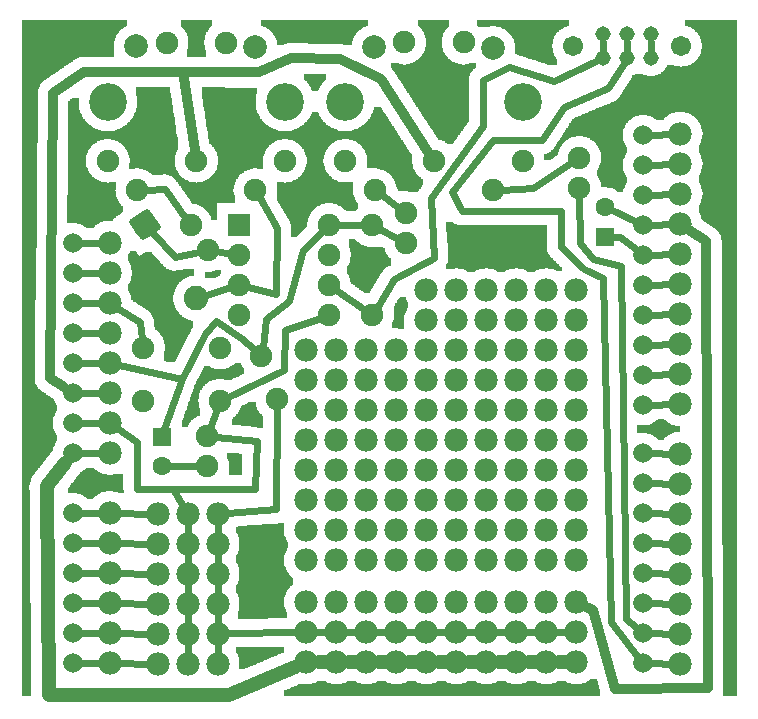
<source format=gbl>
G04 MADE WITH FRITZING*
G04 WWW.FRITZING.ORG*
G04 DOUBLE SIDED*
G04 HOLES PLATED*
G04 CONTOUR ON CENTER OF CONTOUR VECTOR*
%ASAXBY*%
%FSLAX23Y23*%
%MOIN*%
%OFA0B0*%
%SFA1.0B1.0*%
%ADD10C,0.075000*%
%ADD11C,0.078000*%
%ADD12C,0.065278*%
%ADD13C,0.062992*%
%ADD14C,0.051496*%
%ADD15C,0.067244*%
%ADD16C,0.082000*%
%ADD17C,0.078740*%
%ADD18C,0.126000*%
%ADD19R,0.062992X0.062992*%
%ADD20R,0.075000X0.075000*%
%ADD21C,0.024000*%
%ADD22C,0.048000*%
%ADD23C,0.032000*%
%ADD24C,0.020000*%
%LNCOPPER0*%
G90*
G70*
G54D10*
X464Y1384D03*
X116Y2212D03*
X1739Y2233D03*
X1389Y2073D03*
X2360Y2232D03*
X489Y2010D03*
X1532Y1558D03*
X1185Y1483D03*
X821Y546D03*
G54D11*
X1889Y155D03*
X1789Y155D03*
X1689Y155D03*
X1589Y155D03*
X1489Y155D03*
X1389Y155D03*
X1289Y155D03*
X1189Y155D03*
X1089Y155D03*
X989Y155D03*
X1889Y255D03*
X1789Y255D03*
X1689Y255D03*
X1589Y255D03*
X1489Y255D03*
X1389Y255D03*
X1289Y255D03*
X1189Y255D03*
X1089Y255D03*
X989Y255D03*
X1889Y355D03*
X1789Y355D03*
X1689Y355D03*
X1589Y355D03*
X1489Y355D03*
X1389Y355D03*
X1289Y355D03*
X1189Y355D03*
X1089Y355D03*
X989Y355D03*
X989Y1194D03*
X989Y1094D03*
X989Y994D03*
X989Y894D03*
X989Y794D03*
X989Y694D03*
X989Y594D03*
X989Y494D03*
X1189Y1194D03*
X1189Y1094D03*
X1189Y994D03*
X1189Y894D03*
X1189Y794D03*
X1189Y694D03*
X1189Y594D03*
X1189Y494D03*
X1089Y1194D03*
X1089Y1094D03*
X1089Y994D03*
X1089Y894D03*
X1089Y794D03*
X1089Y694D03*
X1089Y594D03*
X1089Y494D03*
X1289Y1194D03*
X1289Y1094D03*
X1289Y994D03*
X1289Y894D03*
X1289Y794D03*
X1289Y694D03*
X1289Y594D03*
X1289Y494D03*
X693Y649D03*
X693Y549D03*
X693Y449D03*
X693Y349D03*
X693Y249D03*
X693Y149D03*
X593Y649D03*
X593Y549D03*
X593Y449D03*
X593Y349D03*
X593Y249D03*
X593Y149D03*
X1789Y1394D03*
X1789Y1294D03*
X1789Y1194D03*
X1789Y1094D03*
X1789Y994D03*
X1789Y894D03*
X1789Y794D03*
X1789Y694D03*
X1789Y594D03*
X1789Y494D03*
X1889Y1394D03*
X1889Y1294D03*
X1889Y1194D03*
X1889Y1094D03*
X1889Y994D03*
X1889Y894D03*
X1889Y794D03*
X1889Y694D03*
X1889Y594D03*
X1889Y494D03*
X1389Y1394D03*
X1389Y1294D03*
X1389Y1194D03*
X1389Y1094D03*
X1389Y994D03*
X1389Y894D03*
X1389Y794D03*
X1389Y694D03*
X1389Y594D03*
X1389Y494D03*
X1489Y1394D03*
X1489Y1294D03*
X1489Y1194D03*
X1489Y1094D03*
X1489Y994D03*
X1489Y894D03*
X1489Y794D03*
X1489Y694D03*
X1489Y594D03*
X1489Y494D03*
X1689Y1394D03*
X1689Y1294D03*
X1689Y1194D03*
X1689Y1094D03*
X1689Y994D03*
X1689Y894D03*
X1689Y794D03*
X1689Y694D03*
X1689Y594D03*
X1689Y494D03*
X1589Y1394D03*
X1589Y1294D03*
X1589Y1194D03*
X1589Y1094D03*
X1589Y994D03*
X1589Y894D03*
X1589Y794D03*
X1589Y694D03*
X1589Y594D03*
X1589Y494D03*
G54D10*
X839Y1175D03*
X891Y1031D03*
G54D11*
X493Y149D03*
X493Y249D03*
X493Y349D03*
X493Y449D03*
X493Y549D03*
X493Y649D03*
G54D12*
X212Y551D03*
X212Y451D03*
X212Y351D03*
X212Y251D03*
X212Y151D03*
X2112Y1011D03*
X2112Y1111D03*
X2112Y1211D03*
X2112Y1311D03*
X2112Y1411D03*
X2112Y1511D03*
X2112Y1611D03*
X2112Y1711D03*
X2112Y1811D03*
X2112Y1911D03*
X2112Y151D03*
X2112Y251D03*
X2112Y351D03*
X2112Y451D03*
X2112Y551D03*
X2112Y651D03*
X2112Y751D03*
X2112Y851D03*
X212Y1451D03*
X212Y1551D03*
X212Y1351D03*
X212Y1251D03*
X212Y1151D03*
X212Y1051D03*
X212Y951D03*
X212Y851D03*
X212Y651D03*
G54D13*
X1985Y1573D03*
X1985Y1671D03*
X508Y906D03*
X508Y808D03*
G54D10*
X445Y1203D03*
X701Y1203D03*
X445Y1026D03*
X701Y1026D03*
G54D14*
X1979Y2247D03*
X1979Y2168D03*
X2058Y2247D03*
X2058Y2168D03*
X2137Y2247D03*
X2137Y2168D03*
G54D15*
X2239Y2208D03*
X1877Y2208D03*
G54D10*
X1208Y1610D03*
X1208Y1310D03*
G54D16*
X452Y1612D03*
X622Y1368D03*
G54D17*
X1611Y2200D03*
X819Y2204D03*
X1214Y2204D03*
X422Y2208D03*
G54D11*
X333Y150D03*
X333Y250D03*
X333Y350D03*
X333Y450D03*
X333Y550D03*
X333Y650D03*
X2235Y1015D03*
X2235Y1115D03*
X2235Y1215D03*
X2235Y1315D03*
X2235Y1415D03*
X2235Y1515D03*
X2235Y1615D03*
X2235Y1715D03*
X2235Y1815D03*
X2235Y1915D03*
X2235Y149D03*
X2235Y249D03*
X2235Y349D03*
X2235Y449D03*
X2235Y549D03*
X2235Y649D03*
X2235Y749D03*
X2235Y849D03*
X334Y853D03*
X334Y953D03*
X334Y1053D03*
X334Y1153D03*
X334Y1253D03*
X334Y1353D03*
X334Y1453D03*
X334Y1553D03*
G54D10*
X918Y1826D03*
X819Y1727D03*
X622Y1826D03*
X425Y1727D03*
X327Y1826D03*
X721Y2219D03*
G54D18*
X327Y2023D03*
X918Y2023D03*
G54D10*
X524Y2219D03*
X1710Y1826D03*
X1611Y1728D03*
X1414Y1826D03*
X1217Y1728D03*
X1119Y1826D03*
X1513Y2220D03*
G54D18*
X1119Y2023D03*
X1710Y2023D03*
G54D10*
X1316Y2220D03*
X765Y1612D03*
X1065Y1612D03*
X765Y1512D03*
X1065Y1512D03*
X765Y1412D03*
X1065Y1412D03*
X765Y1312D03*
X1065Y1312D03*
X603Y1610D03*
X660Y1528D03*
X659Y909D03*
X659Y809D03*
X1899Y1836D03*
X1899Y1736D03*
X1320Y1651D03*
X1320Y1551D03*
G54D19*
X1985Y1573D03*
X507Y906D03*
G54D20*
X765Y1612D03*
G54D21*
X2083Y1625D02*
X2009Y1660D01*
D02*
X544Y731D02*
X577Y675D01*
D02*
X593Y619D02*
X593Y579D01*
D02*
X593Y519D02*
X593Y479D01*
D02*
X593Y419D02*
X593Y379D01*
D02*
X593Y319D02*
X593Y279D01*
D02*
X593Y219D02*
X593Y179D01*
D02*
X693Y219D02*
X693Y179D01*
D02*
X693Y279D02*
X693Y319D01*
D02*
X693Y379D02*
X693Y419D01*
D02*
X693Y479D02*
X693Y519D01*
D02*
X693Y579D02*
X693Y619D01*
D02*
X1088Y1395D02*
X1185Y1327D01*
D02*
X889Y664D02*
X891Y1002D01*
D02*
X723Y652D02*
X889Y664D01*
G54D22*
D02*
X730Y46D02*
X951Y139D01*
D02*
X130Y46D02*
X730Y46D01*
D02*
X126Y742D02*
X130Y46D01*
D02*
X185Y818D02*
X126Y742D01*
D02*
X1030Y155D02*
X1048Y155D01*
D02*
X1130Y155D02*
X1148Y155D01*
D02*
X1230Y155D02*
X1248Y155D01*
D02*
X1330Y155D02*
X1348Y155D01*
D02*
X1430Y155D02*
X1448Y155D01*
D02*
X1530Y155D02*
X1548Y155D01*
D02*
X1630Y155D02*
X1648Y155D01*
D02*
X1730Y155D02*
X1748Y155D01*
D02*
X1830Y155D02*
X1848Y155D01*
G54D21*
D02*
X723Y250D02*
X959Y254D01*
D02*
X1019Y255D02*
X1059Y255D01*
D02*
X1119Y255D02*
X1159Y255D01*
D02*
X1219Y255D02*
X1259Y255D01*
D02*
X1319Y255D02*
X1359Y255D01*
D02*
X1419Y255D02*
X1459Y255D01*
D02*
X1519Y255D02*
X1559Y255D01*
D02*
X1619Y255D02*
X1659Y255D01*
D02*
X1719Y255D02*
X1759Y255D01*
D02*
X1819Y255D02*
X1859Y255D01*
G54D23*
D02*
X1944Y327D02*
X2019Y66D01*
D02*
X2019Y66D02*
X2328Y69D01*
D02*
X2328Y69D02*
X2322Y1558D01*
D02*
X2322Y1558D02*
X2265Y1596D01*
D02*
X1921Y339D02*
X1944Y327D01*
G54D21*
D02*
X462Y649D02*
X364Y650D01*
D02*
X462Y549D02*
X364Y550D01*
D02*
X462Y449D02*
X364Y450D01*
D02*
X462Y349D02*
X364Y350D01*
D02*
X462Y249D02*
X364Y250D01*
D02*
X462Y149D02*
X364Y150D01*
D02*
X433Y1288D02*
X359Y1336D01*
D02*
X441Y1232D02*
X433Y1288D01*
D02*
X630Y808D02*
X534Y808D01*
D02*
X2033Y1571D02*
X2087Y1530D01*
D02*
X2012Y1572D02*
X2033Y1571D01*
D02*
X304Y1352D02*
X243Y1351D01*
D02*
X304Y1452D02*
X243Y1451D01*
D02*
X304Y1552D02*
X243Y1551D01*
D02*
X304Y1252D02*
X243Y1251D01*
D02*
X304Y1052D02*
X243Y1051D01*
D02*
X304Y952D02*
X243Y951D01*
D02*
X304Y852D02*
X243Y851D01*
D02*
X303Y651D02*
X243Y651D01*
D02*
X303Y551D02*
X243Y551D01*
D02*
X303Y451D02*
X243Y451D01*
D02*
X303Y351D02*
X243Y351D01*
D02*
X303Y251D02*
X243Y251D01*
D02*
X303Y151D02*
X243Y151D01*
D02*
X2205Y1914D02*
X2143Y1912D01*
D02*
X2205Y1814D02*
X2143Y1812D01*
D02*
X2205Y1714D02*
X2143Y1712D01*
D02*
X2205Y1614D02*
X2143Y1612D01*
D02*
X2205Y1514D02*
X2143Y1512D01*
D02*
X2205Y1414D02*
X2143Y1412D01*
D02*
X2205Y1314D02*
X2143Y1312D01*
D02*
X2205Y1214D02*
X2143Y1212D01*
D02*
X2205Y1114D02*
X2143Y1112D01*
D02*
X2205Y1014D02*
X2143Y1012D01*
D02*
X2205Y849D02*
X2143Y850D01*
D02*
X2205Y749D02*
X2143Y750D01*
D02*
X2205Y649D02*
X2143Y650D01*
D02*
X2205Y549D02*
X2143Y550D01*
D02*
X2205Y449D02*
X2143Y450D01*
D02*
X2205Y349D02*
X2143Y350D01*
D02*
X2205Y249D02*
X2143Y250D01*
D02*
X2205Y149D02*
X2143Y150D01*
D02*
X304Y1152D02*
X243Y1151D01*
D02*
X363Y1146D02*
X574Y1097D01*
D02*
X2058Y2195D02*
X2058Y2220D01*
D02*
X2137Y2195D02*
X2137Y2220D01*
D02*
X1979Y2195D02*
X1979Y2220D01*
G54D23*
D02*
X578Y2121D02*
X617Y1860D01*
G54D21*
D02*
X1179Y1611D02*
X1094Y1612D01*
D02*
X1813Y2091D02*
X1664Y2139D01*
D02*
X1664Y2139D02*
X1578Y2096D01*
D02*
X1955Y2157D02*
X1813Y2091D01*
D02*
X1415Y1501D02*
X1281Y1431D01*
D02*
X1404Y1701D02*
X1415Y1501D01*
D02*
X1578Y1942D02*
X1404Y1701D01*
D02*
X1578Y2096D02*
X1578Y1942D01*
D02*
X1281Y1431D02*
X1223Y1335D01*
D02*
X517Y1733D02*
X587Y1633D01*
D02*
X454Y1729D02*
X517Y1733D01*
D02*
X550Y1506D02*
X474Y1589D01*
D02*
X632Y1522D02*
X550Y1506D01*
D02*
X738Y1404D02*
X653Y1377D01*
D02*
X1295Y1565D02*
X1233Y1597D01*
D02*
X826Y890D02*
X687Y905D01*
D02*
X819Y731D02*
X826Y890D01*
D02*
X544Y731D02*
X819Y731D01*
D02*
X727Y1038D02*
X915Y1127D01*
D02*
X919Y1260D02*
X1038Y1303D01*
D02*
X915Y1127D02*
X919Y1260D01*
D02*
X426Y731D02*
X544Y731D01*
D02*
X423Y887D02*
X426Y731D01*
D02*
X358Y935D02*
X423Y887D01*
D02*
X668Y935D02*
X692Y999D01*
G54D23*
D02*
X1237Y2097D02*
X1396Y1855D01*
G54D21*
D02*
X737Y1516D02*
X689Y1524D01*
D02*
X892Y1601D02*
X833Y1703D01*
D02*
X887Y1381D02*
X892Y1601D01*
D02*
X793Y1405D02*
X887Y1381D01*
G54D23*
D02*
X135Y1100D02*
X146Y2053D01*
D02*
X146Y2053D02*
X247Y2121D01*
D02*
X181Y1071D02*
X135Y1100D01*
D02*
X1100Y2164D02*
X1237Y2097D01*
D02*
X937Y2168D02*
X1100Y2164D01*
D02*
X830Y2120D02*
X937Y2168D01*
D02*
X578Y2121D02*
X830Y2120D01*
D02*
X247Y2121D02*
X578Y2121D01*
G54D21*
D02*
X770Y1234D02*
X689Y1290D01*
D02*
X689Y1290D02*
X652Y1249D01*
D02*
X817Y1194D02*
X770Y1234D01*
D02*
X856Y1297D02*
X843Y1204D01*
D02*
X930Y1357D02*
X856Y1297D01*
D02*
X978Y1527D02*
X930Y1357D01*
D02*
X1045Y1592D02*
X978Y1527D01*
D02*
X574Y1097D02*
X516Y931D01*
D02*
X652Y1249D02*
X574Y1097D01*
D02*
X1847Y2004D02*
X1995Y2067D01*
D02*
X1995Y2067D02*
X2044Y2146D01*
D02*
X1775Y1894D02*
X1847Y2004D01*
D02*
X1837Y1657D02*
X1507Y1657D01*
D02*
X1837Y1538D02*
X1837Y1657D01*
D02*
X1915Y1464D02*
X1837Y1538D01*
D02*
X1978Y1434D02*
X1915Y1464D01*
D02*
X2003Y288D02*
X1978Y1434D01*
D02*
X2092Y175D02*
X2003Y288D01*
D02*
X1474Y1720D02*
X1612Y1894D01*
D02*
X1507Y1657D02*
X1474Y1720D01*
D02*
X1612Y1894D02*
X1775Y1894D01*
D02*
X1900Y1553D02*
X1899Y1707D01*
D02*
X1944Y1497D02*
X1900Y1553D01*
D02*
X2037Y1475D02*
X1944Y1497D01*
D02*
X2053Y299D02*
X2037Y1475D01*
D02*
X2087Y271D02*
X2053Y299D01*
D02*
X1744Y1734D02*
X1640Y1729D01*
D02*
X1875Y1820D02*
X1744Y1734D01*
D02*
X1297Y1668D02*
X1240Y1710D01*
G36*
X402Y1524D02*
X402Y1522D01*
X422Y1522D01*
X422Y1524D01*
X402Y1524D01*
G37*
D02*
G36*
X400Y1522D02*
X400Y1518D01*
X398Y1518D01*
X398Y1514D01*
X396Y1514D01*
X396Y1508D01*
X430Y1508D01*
X430Y1512D01*
X428Y1512D01*
X428Y1514D01*
X426Y1514D01*
X426Y1518D01*
X424Y1518D01*
X424Y1520D01*
X422Y1520D01*
X422Y1522D01*
X400Y1522D01*
G37*
D02*
G36*
X452Y1522D02*
X452Y1520D01*
X450Y1520D01*
X450Y1518D01*
X446Y1518D01*
X446Y1516D01*
X444Y1516D01*
X444Y1514D01*
X442Y1514D01*
X442Y1512D01*
X438Y1512D01*
X438Y1510D01*
X436Y1510D01*
X436Y1508D01*
X482Y1508D01*
X482Y1510D01*
X480Y1510D01*
X480Y1512D01*
X478Y1512D01*
X478Y1516D01*
X476Y1516D01*
X476Y1518D01*
X474Y1518D01*
X474Y1520D01*
X472Y1520D01*
X472Y1522D01*
X452Y1522D01*
G37*
D02*
G36*
X396Y1508D02*
X396Y1506D01*
X484Y1506D01*
X484Y1508D01*
X396Y1508D01*
G37*
D02*
G36*
X396Y1508D02*
X396Y1506D01*
X484Y1506D01*
X484Y1508D01*
X396Y1508D01*
G37*
D02*
G36*
X396Y1506D02*
X396Y1490D01*
X398Y1490D01*
X398Y1486D01*
X400Y1486D01*
X400Y1484D01*
X402Y1484D01*
X402Y1478D01*
X404Y1478D01*
X404Y1472D01*
X406Y1472D01*
X406Y1462D01*
X408Y1462D01*
X408Y1458D01*
X542Y1458D01*
X542Y1460D01*
X536Y1460D01*
X536Y1462D01*
X530Y1462D01*
X530Y1464D01*
X526Y1464D01*
X526Y1466D01*
X522Y1466D01*
X522Y1468D01*
X520Y1468D01*
X520Y1470D01*
X518Y1470D01*
X518Y1472D01*
X516Y1472D01*
X516Y1474D01*
X514Y1474D01*
X514Y1476D01*
X512Y1476D01*
X512Y1478D01*
X510Y1478D01*
X510Y1480D01*
X508Y1480D01*
X508Y1482D01*
X506Y1482D01*
X506Y1484D01*
X504Y1484D01*
X504Y1486D01*
X502Y1486D01*
X502Y1488D01*
X500Y1488D01*
X500Y1492D01*
X498Y1492D01*
X498Y1494D01*
X496Y1494D01*
X496Y1496D01*
X494Y1496D01*
X494Y1498D01*
X492Y1498D01*
X492Y1500D01*
X490Y1500D01*
X490Y1502D01*
X488Y1502D01*
X488Y1504D01*
X486Y1504D01*
X486Y1506D01*
X396Y1506D01*
G37*
D02*
G36*
X588Y1466D02*
X588Y1464D01*
X578Y1464D01*
X578Y1462D01*
X568Y1462D01*
X568Y1460D01*
X556Y1460D01*
X556Y1458D01*
X616Y1458D01*
X616Y1466D01*
X588Y1466D01*
G37*
D02*
G36*
X408Y1458D02*
X408Y1456D01*
X616Y1456D01*
X616Y1458D01*
X408Y1458D01*
G37*
D02*
G36*
X408Y1458D02*
X408Y1456D01*
X616Y1456D01*
X616Y1458D01*
X408Y1458D01*
G37*
D02*
G36*
X408Y1456D02*
X408Y1442D01*
X406Y1442D01*
X406Y1432D01*
X404Y1432D01*
X404Y1426D01*
X402Y1426D01*
X402Y1422D01*
X400Y1422D01*
X400Y1418D01*
X398Y1418D01*
X398Y1414D01*
X396Y1414D01*
X396Y1390D01*
X398Y1390D01*
X398Y1386D01*
X400Y1386D01*
X400Y1384D01*
X402Y1384D01*
X402Y1378D01*
X404Y1378D01*
X404Y1372D01*
X406Y1372D01*
X406Y1362D01*
X408Y1362D01*
X408Y1360D01*
X410Y1360D01*
X410Y1358D01*
X412Y1358D01*
X412Y1356D01*
X416Y1356D01*
X416Y1354D01*
X420Y1354D01*
X420Y1352D01*
X422Y1352D01*
X422Y1350D01*
X426Y1350D01*
X426Y1348D01*
X428Y1348D01*
X428Y1346D01*
X432Y1346D01*
X432Y1344D01*
X434Y1344D01*
X434Y1342D01*
X438Y1342D01*
X438Y1340D01*
X440Y1340D01*
X440Y1338D01*
X444Y1338D01*
X444Y1336D01*
X446Y1336D01*
X446Y1334D01*
X450Y1334D01*
X450Y1332D01*
X452Y1332D01*
X452Y1330D01*
X456Y1330D01*
X456Y1328D01*
X460Y1328D01*
X460Y1326D01*
X462Y1326D01*
X462Y1324D01*
X464Y1324D01*
X464Y1322D01*
X466Y1322D01*
X466Y1320D01*
X468Y1320D01*
X468Y1318D01*
X470Y1318D01*
X470Y1316D01*
X472Y1316D01*
X472Y1312D01*
X474Y1312D01*
X474Y1310D01*
X476Y1310D01*
X476Y1304D01*
X478Y1304D01*
X478Y1298D01*
X480Y1298D01*
X480Y1286D01*
X482Y1286D01*
X482Y1272D01*
X484Y1272D01*
X484Y1264D01*
X486Y1264D01*
X486Y1262D01*
X488Y1262D01*
X488Y1260D01*
X492Y1260D01*
X492Y1258D01*
X494Y1258D01*
X494Y1256D01*
X496Y1256D01*
X496Y1254D01*
X498Y1254D01*
X498Y1252D01*
X500Y1252D01*
X500Y1250D01*
X502Y1250D01*
X502Y1246D01*
X504Y1246D01*
X504Y1244D01*
X506Y1244D01*
X506Y1240D01*
X508Y1240D01*
X508Y1238D01*
X510Y1238D01*
X510Y1234D01*
X512Y1234D01*
X512Y1228D01*
X514Y1228D01*
X514Y1222D01*
X516Y1222D01*
X516Y1214D01*
X518Y1214D01*
X518Y1192D01*
X516Y1192D01*
X516Y1184D01*
X514Y1184D01*
X514Y1158D01*
X522Y1158D01*
X522Y1156D01*
X552Y1156D01*
X552Y1158D01*
X554Y1158D01*
X554Y1162D01*
X556Y1162D01*
X556Y1166D01*
X558Y1166D01*
X558Y1170D01*
X560Y1170D01*
X560Y1174D01*
X562Y1174D01*
X562Y1178D01*
X564Y1178D01*
X564Y1182D01*
X566Y1182D01*
X566Y1186D01*
X568Y1186D01*
X568Y1190D01*
X570Y1190D01*
X570Y1194D01*
X572Y1194D01*
X572Y1198D01*
X574Y1198D01*
X574Y1202D01*
X576Y1202D01*
X576Y1206D01*
X578Y1206D01*
X578Y1210D01*
X580Y1210D01*
X580Y1214D01*
X582Y1214D01*
X582Y1218D01*
X584Y1218D01*
X584Y1222D01*
X586Y1222D01*
X586Y1226D01*
X588Y1226D01*
X588Y1230D01*
X590Y1230D01*
X590Y1234D01*
X592Y1234D01*
X592Y1238D01*
X594Y1238D01*
X594Y1240D01*
X596Y1240D01*
X596Y1244D01*
X598Y1244D01*
X598Y1248D01*
X600Y1248D01*
X600Y1252D01*
X602Y1252D01*
X602Y1256D01*
X604Y1256D01*
X604Y1260D01*
X606Y1260D01*
X606Y1264D01*
X608Y1264D01*
X608Y1268D01*
X610Y1268D01*
X610Y1272D01*
X612Y1272D01*
X612Y1292D01*
X606Y1292D01*
X606Y1294D01*
X598Y1294D01*
X598Y1296D01*
X594Y1296D01*
X594Y1298D01*
X588Y1298D01*
X588Y1300D01*
X584Y1300D01*
X584Y1302D01*
X582Y1302D01*
X582Y1304D01*
X578Y1304D01*
X578Y1306D01*
X576Y1306D01*
X576Y1308D01*
X574Y1308D01*
X574Y1310D01*
X570Y1310D01*
X570Y1312D01*
X568Y1312D01*
X568Y1314D01*
X566Y1314D01*
X566Y1318D01*
X564Y1318D01*
X564Y1320D01*
X562Y1320D01*
X562Y1322D01*
X560Y1322D01*
X560Y1324D01*
X558Y1324D01*
X558Y1328D01*
X556Y1328D01*
X556Y1332D01*
X554Y1332D01*
X554Y1336D01*
X552Y1336D01*
X552Y1340D01*
X550Y1340D01*
X550Y1346D01*
X548Y1346D01*
X548Y1356D01*
X546Y1356D01*
X546Y1378D01*
X548Y1378D01*
X548Y1388D01*
X550Y1388D01*
X550Y1394D01*
X552Y1394D01*
X552Y1398D01*
X554Y1398D01*
X554Y1402D01*
X556Y1402D01*
X556Y1406D01*
X558Y1406D01*
X558Y1410D01*
X560Y1410D01*
X560Y1412D01*
X562Y1412D01*
X562Y1414D01*
X564Y1414D01*
X564Y1418D01*
X566Y1418D01*
X566Y1420D01*
X568Y1420D01*
X568Y1422D01*
X570Y1422D01*
X570Y1424D01*
X572Y1424D01*
X572Y1426D01*
X576Y1426D01*
X576Y1428D01*
X578Y1428D01*
X578Y1430D01*
X582Y1430D01*
X582Y1432D01*
X584Y1432D01*
X584Y1434D01*
X588Y1434D01*
X588Y1436D01*
X592Y1436D01*
X592Y1438D01*
X598Y1438D01*
X598Y1440D01*
X604Y1440D01*
X604Y1442D01*
X616Y1442D01*
X616Y1456D01*
X408Y1456D01*
G37*
D02*
G36*
X40Y2294D02*
X40Y40D01*
X70Y40D01*
X70Y350D01*
X68Y350D01*
X68Y728D01*
X66Y728D01*
X66Y744D01*
X68Y744D01*
X68Y756D01*
X70Y756D01*
X70Y762D01*
X72Y762D01*
X72Y768D01*
X74Y768D01*
X74Y772D01*
X76Y772D01*
X76Y774D01*
X78Y774D01*
X78Y778D01*
X80Y778D01*
X80Y780D01*
X82Y780D01*
X82Y782D01*
X84Y782D01*
X84Y784D01*
X86Y784D01*
X86Y788D01*
X88Y788D01*
X88Y790D01*
X90Y790D01*
X90Y792D01*
X92Y792D01*
X92Y796D01*
X94Y796D01*
X94Y798D01*
X96Y798D01*
X96Y800D01*
X98Y800D01*
X98Y802D01*
X100Y802D01*
X100Y806D01*
X102Y806D01*
X102Y808D01*
X104Y808D01*
X104Y810D01*
X106Y810D01*
X106Y812D01*
X108Y812D01*
X108Y816D01*
X110Y816D01*
X110Y818D01*
X112Y818D01*
X112Y820D01*
X114Y820D01*
X114Y824D01*
X116Y824D01*
X116Y826D01*
X118Y826D01*
X118Y828D01*
X120Y828D01*
X120Y830D01*
X122Y830D01*
X122Y834D01*
X124Y834D01*
X124Y836D01*
X126Y836D01*
X126Y838D01*
X128Y838D01*
X128Y840D01*
X130Y840D01*
X130Y844D01*
X132Y844D01*
X132Y846D01*
X134Y846D01*
X134Y848D01*
X136Y848D01*
X136Y852D01*
X138Y852D01*
X138Y854D01*
X140Y854D01*
X140Y856D01*
X142Y856D01*
X142Y858D01*
X144Y858D01*
X144Y862D01*
X146Y862D01*
X146Y870D01*
X148Y870D01*
X148Y876D01*
X150Y876D01*
X150Y880D01*
X152Y880D01*
X152Y884D01*
X154Y884D01*
X154Y888D01*
X156Y888D01*
X156Y890D01*
X158Y890D01*
X158Y912D01*
X156Y912D01*
X156Y914D01*
X154Y914D01*
X154Y918D01*
X152Y918D01*
X152Y920D01*
X150Y920D01*
X150Y926D01*
X148Y926D01*
X148Y930D01*
X146Y930D01*
X146Y940D01*
X144Y940D01*
X144Y962D01*
X146Y962D01*
X146Y970D01*
X148Y970D01*
X148Y976D01*
X150Y976D01*
X150Y980D01*
X152Y980D01*
X152Y984D01*
X154Y984D01*
X154Y988D01*
X156Y988D01*
X156Y990D01*
X158Y990D01*
X158Y1012D01*
X156Y1012D01*
X156Y1014D01*
X154Y1014D01*
X154Y1018D01*
X152Y1018D01*
X152Y1020D01*
X150Y1020D01*
X150Y1026D01*
X148Y1026D01*
X148Y1030D01*
X146Y1030D01*
X146Y1032D01*
X144Y1032D01*
X144Y1034D01*
X142Y1034D01*
X142Y1036D01*
X138Y1036D01*
X138Y1038D01*
X136Y1038D01*
X136Y1040D01*
X132Y1040D01*
X132Y1042D01*
X128Y1042D01*
X128Y1044D01*
X126Y1044D01*
X126Y1046D01*
X122Y1046D01*
X122Y1048D01*
X120Y1048D01*
X120Y1050D01*
X116Y1050D01*
X116Y1052D01*
X114Y1052D01*
X114Y1054D01*
X110Y1054D01*
X110Y1056D01*
X108Y1056D01*
X108Y1058D01*
X104Y1058D01*
X104Y1060D01*
X102Y1060D01*
X102Y1062D01*
X100Y1062D01*
X100Y1064D01*
X98Y1064D01*
X98Y1066D01*
X96Y1066D01*
X96Y1068D01*
X94Y1068D01*
X94Y1070D01*
X92Y1070D01*
X92Y1074D01*
X90Y1074D01*
X90Y1078D01*
X88Y1078D01*
X88Y1082D01*
X86Y1082D01*
X86Y1090D01*
X84Y1090D01*
X84Y1186D01*
X86Y1186D01*
X86Y1360D01*
X88Y1360D01*
X88Y1536D01*
X90Y1536D01*
X90Y1710D01*
X92Y1710D01*
X92Y1884D01*
X94Y1884D01*
X94Y2054D01*
X96Y2054D01*
X96Y2066D01*
X98Y2066D01*
X98Y2072D01*
X100Y2072D01*
X100Y2076D01*
X102Y2076D01*
X102Y2080D01*
X104Y2080D01*
X104Y2082D01*
X106Y2082D01*
X106Y2084D01*
X108Y2084D01*
X108Y2088D01*
X110Y2088D01*
X110Y2090D01*
X114Y2090D01*
X114Y2092D01*
X116Y2092D01*
X116Y2094D01*
X118Y2094D01*
X118Y2096D01*
X120Y2096D01*
X120Y2098D01*
X124Y2098D01*
X124Y2100D01*
X126Y2100D01*
X126Y2102D01*
X130Y2102D01*
X130Y2104D01*
X132Y2104D01*
X132Y2106D01*
X136Y2106D01*
X136Y2108D01*
X138Y2108D01*
X138Y2110D01*
X142Y2110D01*
X142Y2112D01*
X144Y2112D01*
X144Y2114D01*
X148Y2114D01*
X148Y2116D01*
X150Y2116D01*
X150Y2118D01*
X154Y2118D01*
X154Y2120D01*
X156Y2120D01*
X156Y2122D01*
X160Y2122D01*
X160Y2124D01*
X162Y2124D01*
X162Y2126D01*
X166Y2126D01*
X166Y2128D01*
X168Y2128D01*
X168Y2130D01*
X172Y2130D01*
X172Y2132D01*
X174Y2132D01*
X174Y2134D01*
X176Y2134D01*
X176Y2136D01*
X180Y2136D01*
X180Y2138D01*
X182Y2138D01*
X182Y2140D01*
X186Y2140D01*
X186Y2142D01*
X188Y2142D01*
X188Y2144D01*
X192Y2144D01*
X192Y2146D01*
X194Y2146D01*
X194Y2148D01*
X198Y2148D01*
X198Y2150D01*
X200Y2150D01*
X200Y2152D01*
X204Y2152D01*
X204Y2154D01*
X206Y2154D01*
X206Y2156D01*
X210Y2156D01*
X210Y2158D01*
X212Y2158D01*
X212Y2160D01*
X216Y2160D01*
X216Y2162D01*
X218Y2162D01*
X218Y2164D01*
X222Y2164D01*
X222Y2166D01*
X226Y2166D01*
X226Y2168D01*
X230Y2168D01*
X230Y2170D01*
X238Y2170D01*
X238Y2172D01*
X348Y2172D01*
X348Y2224D01*
X350Y2224D01*
X350Y2230D01*
X352Y2230D01*
X352Y2236D01*
X354Y2236D01*
X354Y2240D01*
X356Y2240D01*
X356Y2244D01*
X358Y2244D01*
X358Y2248D01*
X360Y2248D01*
X360Y2250D01*
X362Y2250D01*
X362Y2252D01*
X364Y2252D01*
X364Y2256D01*
X366Y2256D01*
X366Y2258D01*
X368Y2258D01*
X368Y2260D01*
X370Y2260D01*
X370Y2262D01*
X372Y2262D01*
X372Y2264D01*
X374Y2264D01*
X374Y2266D01*
X378Y2266D01*
X378Y2268D01*
X380Y2268D01*
X380Y2270D01*
X384Y2270D01*
X384Y2272D01*
X388Y2272D01*
X388Y2274D01*
X392Y2274D01*
X392Y2294D01*
X40Y2294D01*
G37*
D02*
G36*
X570Y2294D02*
X570Y2274D01*
X572Y2274D01*
X572Y2272D01*
X574Y2272D01*
X574Y2270D01*
X576Y2270D01*
X576Y2268D01*
X578Y2268D01*
X578Y2266D01*
X580Y2266D01*
X580Y2264D01*
X582Y2264D01*
X582Y2260D01*
X584Y2260D01*
X584Y2258D01*
X586Y2258D01*
X586Y2254D01*
X588Y2254D01*
X588Y2250D01*
X590Y2250D01*
X590Y2246D01*
X592Y2246D01*
X592Y2240D01*
X594Y2240D01*
X594Y2232D01*
X596Y2232D01*
X596Y2206D01*
X594Y2206D01*
X594Y2198D01*
X592Y2198D01*
X592Y2192D01*
X590Y2192D01*
X590Y2172D01*
X654Y2172D01*
X654Y2194D01*
X652Y2194D01*
X652Y2200D01*
X650Y2200D01*
X650Y2210D01*
X648Y2210D01*
X648Y2228D01*
X650Y2228D01*
X650Y2238D01*
X652Y2238D01*
X652Y2244D01*
X654Y2244D01*
X654Y2250D01*
X656Y2250D01*
X656Y2254D01*
X658Y2254D01*
X658Y2256D01*
X660Y2256D01*
X660Y2260D01*
X662Y2260D01*
X662Y2262D01*
X664Y2262D01*
X664Y2266D01*
X666Y2266D01*
X666Y2268D01*
X668Y2268D01*
X668Y2270D01*
X670Y2270D01*
X670Y2272D01*
X672Y2272D01*
X672Y2274D01*
X674Y2274D01*
X674Y2294D01*
X570Y2294D01*
G37*
D02*
G36*
X838Y2294D02*
X838Y2274D01*
X844Y2274D01*
X844Y2272D01*
X850Y2272D01*
X850Y2270D01*
X854Y2270D01*
X854Y2268D01*
X858Y2268D01*
X858Y2266D01*
X860Y2266D01*
X860Y2264D01*
X864Y2264D01*
X864Y2262D01*
X866Y2262D01*
X866Y2260D01*
X868Y2260D01*
X868Y2258D01*
X870Y2258D01*
X870Y2256D01*
X872Y2256D01*
X872Y2254D01*
X874Y2254D01*
X874Y2252D01*
X876Y2252D01*
X876Y2250D01*
X878Y2250D01*
X878Y2246D01*
X880Y2246D01*
X880Y2244D01*
X882Y2244D01*
X882Y2240D01*
X884Y2240D01*
X884Y2238D01*
X886Y2238D01*
X886Y2234D01*
X888Y2234D01*
X888Y2228D01*
X890Y2228D01*
X890Y2222D01*
X892Y2222D01*
X892Y2218D01*
X996Y2218D01*
X996Y2216D01*
X1084Y2216D01*
X1084Y2214D01*
X1112Y2214D01*
X1112Y2212D01*
X1118Y2212D01*
X1118Y2210D01*
X1140Y2210D01*
X1140Y2220D01*
X1142Y2220D01*
X1142Y2226D01*
X1144Y2226D01*
X1144Y2232D01*
X1146Y2232D01*
X1146Y2236D01*
X1148Y2236D01*
X1148Y2240D01*
X1150Y2240D01*
X1150Y2244D01*
X1152Y2244D01*
X1152Y2246D01*
X1154Y2246D01*
X1154Y2248D01*
X1156Y2248D01*
X1156Y2252D01*
X1158Y2252D01*
X1158Y2254D01*
X1160Y2254D01*
X1160Y2256D01*
X1162Y2256D01*
X1162Y2258D01*
X1164Y2258D01*
X1164Y2260D01*
X1166Y2260D01*
X1166Y2262D01*
X1170Y2262D01*
X1170Y2264D01*
X1172Y2264D01*
X1172Y2266D01*
X1176Y2266D01*
X1176Y2268D01*
X1178Y2268D01*
X1178Y2270D01*
X1182Y2270D01*
X1182Y2272D01*
X1188Y2272D01*
X1188Y2274D01*
X1194Y2274D01*
X1194Y2294D01*
X838Y2294D01*
G37*
D02*
G36*
X892Y2218D02*
X892Y2212D01*
X914Y2212D01*
X914Y2214D01*
X918Y2214D01*
X918Y2216D01*
X926Y2216D01*
X926Y2218D01*
X892Y2218D01*
G37*
D02*
G36*
X1558Y2294D02*
X1558Y2274D01*
X1622Y2274D01*
X1622Y2272D01*
X1632Y2272D01*
X1632Y2270D01*
X1638Y2270D01*
X1638Y2268D01*
X1642Y2268D01*
X1642Y2266D01*
X1646Y2266D01*
X1646Y2264D01*
X1650Y2264D01*
X1650Y2262D01*
X1652Y2262D01*
X1652Y2260D01*
X1656Y2260D01*
X1656Y2258D01*
X1658Y2258D01*
X1658Y2256D01*
X1660Y2256D01*
X1660Y2254D01*
X1662Y2254D01*
X1662Y2252D01*
X1664Y2252D01*
X1664Y2250D01*
X1666Y2250D01*
X1666Y2248D01*
X1668Y2248D01*
X1668Y2246D01*
X1670Y2246D01*
X1670Y2244D01*
X1672Y2244D01*
X1672Y2240D01*
X1674Y2240D01*
X1674Y2238D01*
X1676Y2238D01*
X1676Y2234D01*
X1678Y2234D01*
X1678Y2230D01*
X1680Y2230D01*
X1680Y2224D01*
X1682Y2224D01*
X1682Y2218D01*
X1684Y2218D01*
X1684Y2208D01*
X1686Y2208D01*
X1686Y2180D01*
X1692Y2180D01*
X1692Y2178D01*
X1698Y2178D01*
X1698Y2176D01*
X1704Y2176D01*
X1704Y2174D01*
X1710Y2174D01*
X1710Y2172D01*
X1716Y2172D01*
X1716Y2170D01*
X1722Y2170D01*
X1722Y2168D01*
X1728Y2168D01*
X1728Y2166D01*
X1734Y2166D01*
X1734Y2164D01*
X1740Y2164D01*
X1740Y2162D01*
X1748Y2162D01*
X1748Y2160D01*
X1754Y2160D01*
X1754Y2158D01*
X1760Y2158D01*
X1760Y2156D01*
X1766Y2156D01*
X1766Y2154D01*
X1772Y2154D01*
X1772Y2152D01*
X1778Y2152D01*
X1778Y2150D01*
X1784Y2150D01*
X1784Y2148D01*
X1790Y2148D01*
X1790Y2146D01*
X1796Y2146D01*
X1796Y2144D01*
X1820Y2144D01*
X1820Y2146D01*
X1824Y2146D01*
X1824Y2166D01*
X1822Y2166D01*
X1822Y2168D01*
X1820Y2168D01*
X1820Y2172D01*
X1818Y2172D01*
X1818Y2174D01*
X1816Y2174D01*
X1816Y2178D01*
X1814Y2178D01*
X1814Y2184D01*
X1812Y2184D01*
X1812Y2190D01*
X1810Y2190D01*
X1810Y2200D01*
X1808Y2200D01*
X1808Y2216D01*
X1810Y2216D01*
X1810Y2226D01*
X1812Y2226D01*
X1812Y2232D01*
X1814Y2232D01*
X1814Y2236D01*
X1816Y2236D01*
X1816Y2240D01*
X1818Y2240D01*
X1818Y2244D01*
X1820Y2244D01*
X1820Y2246D01*
X1822Y2246D01*
X1822Y2250D01*
X1824Y2250D01*
X1824Y2252D01*
X1826Y2252D01*
X1826Y2254D01*
X1828Y2254D01*
X1828Y2256D01*
X1830Y2256D01*
X1830Y2258D01*
X1832Y2258D01*
X1832Y2260D01*
X1834Y2260D01*
X1834Y2262D01*
X1838Y2262D01*
X1838Y2264D01*
X1840Y2264D01*
X1840Y2266D01*
X1844Y2266D01*
X1844Y2268D01*
X1848Y2268D01*
X1848Y2270D01*
X1852Y2270D01*
X1852Y2272D01*
X1858Y2272D01*
X1858Y2274D01*
X1866Y2274D01*
X1866Y2294D01*
X1558Y2294D01*
G37*
D02*
G36*
X1562Y2274D02*
X1562Y2272D01*
X1564Y2272D01*
X1564Y2270D01*
X1590Y2270D01*
X1590Y2272D01*
X1600Y2272D01*
X1600Y2274D01*
X1562Y2274D01*
G37*
D02*
G36*
X1362Y2294D02*
X1362Y2274D01*
X1364Y2274D01*
X1364Y2272D01*
X1366Y2272D01*
X1366Y2270D01*
X1368Y2270D01*
X1368Y2268D01*
X1370Y2268D01*
X1370Y2266D01*
X1372Y2266D01*
X1372Y2264D01*
X1374Y2264D01*
X1374Y2260D01*
X1376Y2260D01*
X1376Y2258D01*
X1378Y2258D01*
X1378Y2254D01*
X1380Y2254D01*
X1380Y2250D01*
X1382Y2250D01*
X1382Y2246D01*
X1384Y2246D01*
X1384Y2242D01*
X1386Y2242D01*
X1386Y2234D01*
X1388Y2234D01*
X1388Y2206D01*
X1386Y2206D01*
X1386Y2198D01*
X1384Y2198D01*
X1384Y2192D01*
X1382Y2192D01*
X1382Y2188D01*
X1380Y2188D01*
X1380Y2184D01*
X1378Y2184D01*
X1378Y2180D01*
X1376Y2180D01*
X1376Y2178D01*
X1374Y2178D01*
X1374Y2174D01*
X1372Y2174D01*
X1372Y2172D01*
X1370Y2172D01*
X1370Y2170D01*
X1368Y2170D01*
X1368Y2168D01*
X1366Y2168D01*
X1366Y2166D01*
X1364Y2166D01*
X1364Y2164D01*
X1362Y2164D01*
X1362Y2162D01*
X1358Y2162D01*
X1358Y2160D01*
X1356Y2160D01*
X1356Y2158D01*
X1352Y2158D01*
X1352Y2156D01*
X1350Y2156D01*
X1350Y2154D01*
X1346Y2154D01*
X1346Y2152D01*
X1340Y2152D01*
X1340Y2150D01*
X1334Y2150D01*
X1334Y2148D01*
X1320Y2148D01*
X1320Y2146D01*
X1508Y2146D01*
X1508Y2148D01*
X1496Y2148D01*
X1496Y2150D01*
X1488Y2150D01*
X1488Y2152D01*
X1484Y2152D01*
X1484Y2154D01*
X1480Y2154D01*
X1480Y2156D01*
X1476Y2156D01*
X1476Y2158D01*
X1472Y2158D01*
X1472Y2160D01*
X1470Y2160D01*
X1470Y2162D01*
X1468Y2162D01*
X1468Y2164D01*
X1464Y2164D01*
X1464Y2166D01*
X1462Y2166D01*
X1462Y2168D01*
X1460Y2168D01*
X1460Y2170D01*
X1458Y2170D01*
X1458Y2174D01*
X1456Y2174D01*
X1456Y2176D01*
X1454Y2176D01*
X1454Y2178D01*
X1452Y2178D01*
X1452Y2182D01*
X1450Y2182D01*
X1450Y2184D01*
X1448Y2184D01*
X1448Y2188D01*
X1446Y2188D01*
X1446Y2194D01*
X1444Y2194D01*
X1444Y2200D01*
X1442Y2200D01*
X1442Y2210D01*
X1440Y2210D01*
X1440Y2228D01*
X1442Y2228D01*
X1442Y2238D01*
X1444Y2238D01*
X1444Y2244D01*
X1446Y2244D01*
X1446Y2250D01*
X1448Y2250D01*
X1448Y2254D01*
X1450Y2254D01*
X1450Y2256D01*
X1452Y2256D01*
X1452Y2260D01*
X1454Y2260D01*
X1454Y2262D01*
X1456Y2262D01*
X1456Y2266D01*
X1458Y2266D01*
X1458Y2268D01*
X1460Y2268D01*
X1460Y2270D01*
X1462Y2270D01*
X1462Y2272D01*
X1464Y2272D01*
X1464Y2274D01*
X1466Y2274D01*
X1466Y2294D01*
X1362Y2294D01*
G37*
D02*
G36*
X1270Y2152D02*
X1270Y2146D01*
X1312Y2146D01*
X1312Y2148D01*
X1298Y2148D01*
X1298Y2150D01*
X1292Y2150D01*
X1292Y2152D01*
X1270Y2152D01*
G37*
D02*
G36*
X1530Y2150D02*
X1530Y2148D01*
X1518Y2148D01*
X1518Y2146D01*
X1554Y2146D01*
X1554Y2150D01*
X1530Y2150D01*
G37*
D02*
G36*
X1270Y2146D02*
X1270Y2144D01*
X1554Y2144D01*
X1554Y2146D01*
X1270Y2146D01*
G37*
D02*
G36*
X1270Y2146D02*
X1270Y2144D01*
X1554Y2144D01*
X1554Y2146D01*
X1270Y2146D01*
G37*
D02*
G36*
X1270Y2146D02*
X1270Y2144D01*
X1554Y2144D01*
X1554Y2146D01*
X1270Y2146D01*
G37*
D02*
G36*
X1270Y2144D02*
X1270Y2134D01*
X1274Y2134D01*
X1274Y2130D01*
X1276Y2130D01*
X1276Y2128D01*
X1278Y2128D01*
X1278Y2126D01*
X1280Y2126D01*
X1280Y2122D01*
X1282Y2122D01*
X1282Y2120D01*
X1284Y2120D01*
X1284Y2116D01*
X1286Y2116D01*
X1286Y2114D01*
X1288Y2114D01*
X1288Y2110D01*
X1290Y2110D01*
X1290Y2108D01*
X1292Y2108D01*
X1292Y2104D01*
X1294Y2104D01*
X1294Y2102D01*
X1296Y2102D01*
X1296Y2098D01*
X1298Y2098D01*
X1298Y2096D01*
X1300Y2096D01*
X1300Y2092D01*
X1302Y2092D01*
X1302Y2090D01*
X1304Y2090D01*
X1304Y2086D01*
X1306Y2086D01*
X1306Y2084D01*
X1308Y2084D01*
X1308Y2080D01*
X1310Y2080D01*
X1310Y2078D01*
X1312Y2078D01*
X1312Y2074D01*
X1314Y2074D01*
X1314Y2070D01*
X1316Y2070D01*
X1316Y2068D01*
X1318Y2068D01*
X1318Y2064D01*
X1320Y2064D01*
X1320Y2062D01*
X1322Y2062D01*
X1322Y2058D01*
X1324Y2058D01*
X1324Y2056D01*
X1326Y2056D01*
X1326Y2052D01*
X1328Y2052D01*
X1328Y2050D01*
X1330Y2050D01*
X1330Y2046D01*
X1332Y2046D01*
X1332Y2044D01*
X1334Y2044D01*
X1334Y2040D01*
X1336Y2040D01*
X1336Y2038D01*
X1338Y2038D01*
X1338Y2034D01*
X1340Y2034D01*
X1340Y2032D01*
X1342Y2032D01*
X1342Y2028D01*
X1344Y2028D01*
X1344Y2024D01*
X1346Y2024D01*
X1346Y2022D01*
X1348Y2022D01*
X1348Y2018D01*
X1350Y2018D01*
X1350Y2016D01*
X1352Y2016D01*
X1352Y2012D01*
X1354Y2012D01*
X1354Y2010D01*
X1356Y2010D01*
X1356Y2006D01*
X1358Y2006D01*
X1358Y2004D01*
X1360Y2004D01*
X1360Y2000D01*
X1362Y2000D01*
X1362Y1998D01*
X1364Y1998D01*
X1364Y1994D01*
X1366Y1994D01*
X1366Y1992D01*
X1368Y1992D01*
X1368Y1988D01*
X1370Y1988D01*
X1370Y1986D01*
X1372Y1986D01*
X1372Y1982D01*
X1374Y1982D01*
X1374Y1980D01*
X1376Y1980D01*
X1376Y1976D01*
X1378Y1976D01*
X1378Y1972D01*
X1380Y1972D01*
X1380Y1970D01*
X1382Y1970D01*
X1382Y1966D01*
X1384Y1966D01*
X1384Y1964D01*
X1386Y1964D01*
X1386Y1960D01*
X1388Y1960D01*
X1388Y1958D01*
X1390Y1958D01*
X1390Y1954D01*
X1392Y1954D01*
X1392Y1952D01*
X1394Y1952D01*
X1394Y1948D01*
X1396Y1948D01*
X1396Y1946D01*
X1398Y1946D01*
X1398Y1942D01*
X1400Y1942D01*
X1400Y1940D01*
X1402Y1940D01*
X1402Y1936D01*
X1404Y1936D01*
X1404Y1934D01*
X1406Y1934D01*
X1406Y1930D01*
X1408Y1930D01*
X1408Y1928D01*
X1410Y1928D01*
X1410Y1924D01*
X1412Y1924D01*
X1412Y1920D01*
X1414Y1920D01*
X1414Y1918D01*
X1416Y1918D01*
X1416Y1914D01*
X1418Y1914D01*
X1418Y1912D01*
X1420Y1912D01*
X1420Y1908D01*
X1422Y1908D01*
X1422Y1906D01*
X1424Y1906D01*
X1424Y1902D01*
X1426Y1902D01*
X1426Y1900D01*
X1428Y1900D01*
X1428Y1896D01*
X1434Y1896D01*
X1434Y1894D01*
X1440Y1894D01*
X1440Y1892D01*
X1446Y1892D01*
X1446Y1890D01*
X1450Y1890D01*
X1450Y1888D01*
X1452Y1888D01*
X1452Y1886D01*
X1456Y1886D01*
X1456Y1884D01*
X1458Y1884D01*
X1458Y1882D01*
X1478Y1882D01*
X1478Y1884D01*
X1480Y1884D01*
X1480Y1888D01*
X1482Y1888D01*
X1482Y1890D01*
X1484Y1890D01*
X1484Y1894D01*
X1486Y1894D01*
X1486Y1896D01*
X1488Y1896D01*
X1488Y1898D01*
X1490Y1898D01*
X1490Y1902D01*
X1492Y1902D01*
X1492Y1904D01*
X1494Y1904D01*
X1494Y1908D01*
X1496Y1908D01*
X1496Y1910D01*
X1498Y1910D01*
X1498Y1912D01*
X1500Y1912D01*
X1500Y1916D01*
X1502Y1916D01*
X1502Y1918D01*
X1504Y1918D01*
X1504Y1920D01*
X1506Y1920D01*
X1506Y1924D01*
X1508Y1924D01*
X1508Y1926D01*
X1510Y1926D01*
X1510Y1930D01*
X1512Y1930D01*
X1512Y1932D01*
X1514Y1932D01*
X1514Y1934D01*
X1516Y1934D01*
X1516Y1938D01*
X1518Y1938D01*
X1518Y1940D01*
X1520Y1940D01*
X1520Y1942D01*
X1522Y1942D01*
X1522Y1946D01*
X1524Y1946D01*
X1524Y1948D01*
X1526Y1948D01*
X1526Y1952D01*
X1528Y1952D01*
X1528Y1954D01*
X1530Y1954D01*
X1530Y2094D01*
X1532Y2094D01*
X1532Y2108D01*
X1534Y2108D01*
X1534Y2114D01*
X1536Y2114D01*
X1536Y2118D01*
X1538Y2118D01*
X1538Y2122D01*
X1540Y2122D01*
X1540Y2124D01*
X1542Y2124D01*
X1542Y2126D01*
X1544Y2126D01*
X1544Y2128D01*
X1546Y2128D01*
X1546Y2130D01*
X1548Y2130D01*
X1548Y2132D01*
X1550Y2132D01*
X1550Y2134D01*
X1554Y2134D01*
X1554Y2144D01*
X1270Y2144D01*
G37*
D02*
G36*
X2250Y2294D02*
X2250Y2274D01*
X2260Y2274D01*
X2260Y2272D01*
X2266Y2272D01*
X2266Y2270D01*
X2270Y2270D01*
X2270Y2268D01*
X2274Y2268D01*
X2274Y2266D01*
X2276Y2266D01*
X2276Y2264D01*
X2280Y2264D01*
X2280Y2262D01*
X2282Y2262D01*
X2282Y2260D01*
X2284Y2260D01*
X2284Y2258D01*
X2286Y2258D01*
X2286Y2256D01*
X2288Y2256D01*
X2288Y2254D01*
X2290Y2254D01*
X2290Y2252D01*
X2292Y2252D01*
X2292Y2250D01*
X2294Y2250D01*
X2294Y2248D01*
X2296Y2248D01*
X2296Y2244D01*
X2298Y2244D01*
X2298Y2240D01*
X2300Y2240D01*
X2300Y2238D01*
X2302Y2238D01*
X2302Y2232D01*
X2304Y2232D01*
X2304Y2226D01*
X2306Y2226D01*
X2306Y2218D01*
X2308Y2218D01*
X2308Y2198D01*
X2306Y2198D01*
X2306Y2188D01*
X2304Y2188D01*
X2304Y2182D01*
X2302Y2182D01*
X2302Y2178D01*
X2300Y2178D01*
X2300Y2174D01*
X2298Y2174D01*
X2298Y2170D01*
X2296Y2170D01*
X2296Y2168D01*
X2294Y2168D01*
X2294Y2166D01*
X2292Y2166D01*
X2292Y2162D01*
X2290Y2162D01*
X2290Y2160D01*
X2288Y2160D01*
X2288Y2158D01*
X2286Y2158D01*
X2286Y2156D01*
X2284Y2156D01*
X2284Y2154D01*
X2280Y2154D01*
X2280Y2152D01*
X2278Y2152D01*
X2278Y2150D01*
X2274Y2150D01*
X2274Y2148D01*
X2272Y2148D01*
X2272Y2146D01*
X2268Y2146D01*
X2268Y2144D01*
X2262Y2144D01*
X2262Y2142D01*
X2256Y2142D01*
X2256Y2140D01*
X2242Y2140D01*
X2242Y2138D01*
X2424Y2138D01*
X2424Y2294D01*
X2250Y2294D01*
G37*
D02*
G36*
X2192Y2144D02*
X2192Y2140D01*
X2190Y2140D01*
X2190Y2138D01*
X2236Y2138D01*
X2236Y2140D01*
X2222Y2140D01*
X2222Y2142D01*
X2216Y2142D01*
X2216Y2144D01*
X2192Y2144D01*
G37*
D02*
G36*
X2188Y2138D02*
X2188Y2136D01*
X2424Y2136D01*
X2424Y2138D01*
X2188Y2138D01*
G37*
D02*
G36*
X2188Y2138D02*
X2188Y2136D01*
X2424Y2136D01*
X2424Y2138D01*
X2188Y2138D01*
G37*
D02*
G36*
X2188Y2136D02*
X2188Y2134D01*
X2186Y2134D01*
X2186Y2132D01*
X2184Y2132D01*
X2184Y2128D01*
X2182Y2128D01*
X2182Y2126D01*
X2180Y2126D01*
X2180Y2124D01*
X2178Y2124D01*
X2178Y2122D01*
X2174Y2122D01*
X2174Y2120D01*
X2172Y2120D01*
X2172Y2118D01*
X2170Y2118D01*
X2170Y2116D01*
X2166Y2116D01*
X2166Y2114D01*
X2162Y2114D01*
X2162Y2112D01*
X2158Y2112D01*
X2158Y2110D01*
X2150Y2110D01*
X2150Y2108D01*
X2424Y2108D01*
X2424Y2136D01*
X2188Y2136D01*
G37*
D02*
G36*
X2088Y2116D02*
X2088Y2114D01*
X2084Y2114D01*
X2084Y2112D01*
X2078Y2112D01*
X2078Y2110D01*
X2076Y2110D01*
X2076Y2108D01*
X2124Y2108D01*
X2124Y2110D01*
X2116Y2110D01*
X2116Y2112D01*
X2112Y2112D01*
X2112Y2114D01*
X2108Y2114D01*
X2108Y2116D01*
X2088Y2116D01*
G37*
D02*
G36*
X2076Y2108D02*
X2076Y2106D01*
X2424Y2106D01*
X2424Y2108D01*
X2076Y2108D01*
G37*
D02*
G36*
X2076Y2108D02*
X2076Y2106D01*
X2424Y2106D01*
X2424Y2108D01*
X2076Y2108D01*
G37*
D02*
G36*
X2074Y2106D02*
X2074Y2102D01*
X2072Y2102D01*
X2072Y2100D01*
X2070Y2100D01*
X2070Y2096D01*
X2068Y2096D01*
X2068Y2092D01*
X2066Y2092D01*
X2066Y2090D01*
X2064Y2090D01*
X2064Y2086D01*
X2062Y2086D01*
X2062Y2084D01*
X2060Y2084D01*
X2060Y2080D01*
X2058Y2080D01*
X2058Y2076D01*
X2056Y2076D01*
X2056Y2074D01*
X2054Y2074D01*
X2054Y2070D01*
X2052Y2070D01*
X2052Y2066D01*
X2050Y2066D01*
X2050Y2064D01*
X2048Y2064D01*
X2048Y2060D01*
X2046Y2060D01*
X2046Y2058D01*
X2044Y2058D01*
X2044Y2054D01*
X2042Y2054D01*
X2042Y2050D01*
X2040Y2050D01*
X2040Y2048D01*
X2038Y2048D01*
X2038Y2044D01*
X2036Y2044D01*
X2036Y2042D01*
X2034Y2042D01*
X2034Y2038D01*
X2032Y2038D01*
X2032Y2036D01*
X2030Y2036D01*
X2030Y2034D01*
X2028Y2034D01*
X2028Y2032D01*
X2026Y2032D01*
X2026Y2030D01*
X2024Y2030D01*
X2024Y2028D01*
X2022Y2028D01*
X2022Y2026D01*
X2018Y2026D01*
X2018Y2024D01*
X2014Y2024D01*
X2014Y2022D01*
X2010Y2022D01*
X2010Y2020D01*
X2004Y2020D01*
X2004Y2018D01*
X2000Y2018D01*
X2000Y2016D01*
X1994Y2016D01*
X1994Y2014D01*
X1990Y2014D01*
X1990Y2012D01*
X1986Y2012D01*
X1986Y2010D01*
X1980Y2010D01*
X1980Y2008D01*
X1976Y2008D01*
X1976Y2006D01*
X1970Y2006D01*
X1970Y2004D01*
X1966Y2004D01*
X1966Y2002D01*
X1962Y2002D01*
X1962Y2000D01*
X1956Y2000D01*
X1956Y1998D01*
X1952Y1998D01*
X1952Y1996D01*
X1948Y1996D01*
X1948Y1994D01*
X1942Y1994D01*
X1942Y1992D01*
X1938Y1992D01*
X1938Y1990D01*
X1932Y1990D01*
X1932Y1988D01*
X2252Y1988D01*
X2252Y1986D01*
X2258Y1986D01*
X2258Y1984D01*
X2264Y1984D01*
X2264Y1982D01*
X2268Y1982D01*
X2268Y1980D01*
X2272Y1980D01*
X2272Y1978D01*
X2276Y1978D01*
X2276Y1976D01*
X2278Y1976D01*
X2278Y1974D01*
X2280Y1974D01*
X2280Y1972D01*
X2284Y1972D01*
X2284Y1970D01*
X2286Y1970D01*
X2286Y1968D01*
X2288Y1968D01*
X2288Y1966D01*
X2290Y1966D01*
X2290Y1964D01*
X2292Y1964D01*
X2292Y1960D01*
X2294Y1960D01*
X2294Y1958D01*
X2296Y1958D01*
X2296Y1956D01*
X2298Y1956D01*
X2298Y1952D01*
X2300Y1952D01*
X2300Y1948D01*
X2302Y1948D01*
X2302Y1944D01*
X2304Y1944D01*
X2304Y1940D01*
X2306Y1940D01*
X2306Y1932D01*
X2308Y1932D01*
X2308Y1920D01*
X2310Y1920D01*
X2310Y1910D01*
X2308Y1910D01*
X2308Y1898D01*
X2306Y1898D01*
X2306Y1890D01*
X2304Y1890D01*
X2304Y1886D01*
X2302Y1886D01*
X2302Y1882D01*
X2300Y1882D01*
X2300Y1878D01*
X2298Y1878D01*
X2298Y1852D01*
X2300Y1852D01*
X2300Y1848D01*
X2302Y1848D01*
X2302Y1844D01*
X2304Y1844D01*
X2304Y1840D01*
X2306Y1840D01*
X2306Y1832D01*
X2308Y1832D01*
X2308Y1820D01*
X2310Y1820D01*
X2310Y1810D01*
X2308Y1810D01*
X2308Y1798D01*
X2306Y1798D01*
X2306Y1790D01*
X2304Y1790D01*
X2304Y1786D01*
X2302Y1786D01*
X2302Y1782D01*
X2300Y1782D01*
X2300Y1778D01*
X2298Y1778D01*
X2298Y1752D01*
X2300Y1752D01*
X2300Y1748D01*
X2302Y1748D01*
X2302Y1744D01*
X2304Y1744D01*
X2304Y1740D01*
X2306Y1740D01*
X2306Y1732D01*
X2308Y1732D01*
X2308Y1720D01*
X2310Y1720D01*
X2310Y1710D01*
X2308Y1710D01*
X2308Y1698D01*
X2306Y1698D01*
X2306Y1690D01*
X2304Y1690D01*
X2304Y1686D01*
X2302Y1686D01*
X2302Y1682D01*
X2300Y1682D01*
X2300Y1678D01*
X2298Y1678D01*
X2298Y1652D01*
X2300Y1652D01*
X2300Y1648D01*
X2302Y1648D01*
X2302Y1644D01*
X2304Y1644D01*
X2304Y1640D01*
X2306Y1640D01*
X2306Y1632D01*
X2308Y1632D01*
X2308Y1628D01*
X2310Y1628D01*
X2310Y1626D01*
X2312Y1626D01*
X2312Y1624D01*
X2316Y1624D01*
X2316Y1622D01*
X2318Y1622D01*
X2318Y1620D01*
X2322Y1620D01*
X2322Y1618D01*
X2324Y1618D01*
X2324Y1616D01*
X2328Y1616D01*
X2328Y1614D01*
X2330Y1614D01*
X2330Y1612D01*
X2334Y1612D01*
X2334Y1610D01*
X2336Y1610D01*
X2336Y1608D01*
X2340Y1608D01*
X2340Y1606D01*
X2342Y1606D01*
X2342Y1604D01*
X2346Y1604D01*
X2346Y1602D01*
X2348Y1602D01*
X2348Y1600D01*
X2352Y1600D01*
X2352Y1598D01*
X2354Y1598D01*
X2354Y1596D01*
X2356Y1596D01*
X2356Y1594D01*
X2358Y1594D01*
X2358Y1592D01*
X2360Y1592D01*
X2360Y1590D01*
X2362Y1590D01*
X2362Y1588D01*
X2364Y1588D01*
X2364Y1584D01*
X2366Y1584D01*
X2366Y1582D01*
X2368Y1582D01*
X2368Y1578D01*
X2370Y1578D01*
X2370Y1572D01*
X2372Y1572D01*
X2372Y1562D01*
X2374Y1562D01*
X2374Y1082D01*
X2376Y1082D01*
X2376Y546D01*
X2378Y546D01*
X2378Y40D01*
X2424Y40D01*
X2424Y2106D01*
X2074Y2106D01*
G37*
D02*
G36*
X1928Y1988D02*
X1928Y1986D01*
X1924Y1986D01*
X1924Y1984D01*
X1918Y1984D01*
X1918Y1982D01*
X1914Y1982D01*
X1914Y1980D01*
X1908Y1980D01*
X1908Y1978D01*
X2124Y1978D01*
X2124Y1976D01*
X2132Y1976D01*
X2132Y1974D01*
X2138Y1974D01*
X2138Y1972D01*
X2142Y1972D01*
X2142Y1970D01*
X2146Y1970D01*
X2146Y1968D01*
X2148Y1968D01*
X2148Y1966D01*
X2152Y1966D01*
X2152Y1964D01*
X2154Y1964D01*
X2154Y1962D01*
X2156Y1962D01*
X2156Y1960D01*
X2178Y1960D01*
X2178Y1962D01*
X2180Y1962D01*
X2180Y1966D01*
X2182Y1966D01*
X2182Y1968D01*
X2184Y1968D01*
X2184Y1970D01*
X2188Y1970D01*
X2188Y1972D01*
X2190Y1972D01*
X2190Y1974D01*
X2192Y1974D01*
X2192Y1976D01*
X2196Y1976D01*
X2196Y1978D01*
X2198Y1978D01*
X2198Y1980D01*
X2202Y1980D01*
X2202Y1982D01*
X2206Y1982D01*
X2206Y1984D01*
X2212Y1984D01*
X2212Y1986D01*
X2218Y1986D01*
X2218Y1988D01*
X1928Y1988D01*
G37*
D02*
G36*
X1904Y1978D02*
X1904Y1976D01*
X1900Y1976D01*
X1900Y1974D01*
X1894Y1974D01*
X1894Y1972D01*
X1890Y1972D01*
X1890Y1970D01*
X1884Y1970D01*
X1884Y1968D01*
X1880Y1968D01*
X1880Y1966D01*
X1878Y1966D01*
X1878Y1964D01*
X1876Y1964D01*
X1876Y1962D01*
X1874Y1962D01*
X1874Y1958D01*
X1872Y1958D01*
X1872Y1956D01*
X1870Y1956D01*
X1870Y1952D01*
X1868Y1952D01*
X1868Y1950D01*
X1866Y1950D01*
X1866Y1946D01*
X1864Y1946D01*
X1864Y1942D01*
X1862Y1942D01*
X1862Y1940D01*
X1860Y1940D01*
X1860Y1936D01*
X1858Y1936D01*
X1858Y1934D01*
X1856Y1934D01*
X1856Y1930D01*
X1854Y1930D01*
X1854Y1928D01*
X1852Y1928D01*
X1852Y1924D01*
X1850Y1924D01*
X1850Y1922D01*
X1848Y1922D01*
X1848Y1918D01*
X1846Y1918D01*
X1846Y1916D01*
X1844Y1916D01*
X1844Y1912D01*
X1842Y1912D01*
X1842Y1910D01*
X1840Y1910D01*
X1840Y1908D01*
X1910Y1908D01*
X1910Y1906D01*
X1920Y1906D01*
X1920Y1904D01*
X1926Y1904D01*
X1926Y1902D01*
X1930Y1902D01*
X1930Y1900D01*
X1934Y1900D01*
X1934Y1898D01*
X1936Y1898D01*
X1936Y1896D01*
X1940Y1896D01*
X1940Y1894D01*
X1942Y1894D01*
X1942Y1892D01*
X1946Y1892D01*
X1946Y1890D01*
X1948Y1890D01*
X1948Y1888D01*
X1950Y1888D01*
X1950Y1886D01*
X1952Y1886D01*
X1952Y1884D01*
X1954Y1884D01*
X1954Y1882D01*
X1956Y1882D01*
X1956Y1878D01*
X1958Y1878D01*
X1958Y1876D01*
X1960Y1876D01*
X1960Y1872D01*
X1962Y1872D01*
X1962Y1868D01*
X1964Y1868D01*
X1964Y1864D01*
X1966Y1864D01*
X1966Y1860D01*
X1968Y1860D01*
X1968Y1854D01*
X1970Y1854D01*
X1970Y1842D01*
X1972Y1842D01*
X1972Y1830D01*
X1970Y1830D01*
X1970Y1818D01*
X1968Y1818D01*
X1968Y1812D01*
X1966Y1812D01*
X1966Y1806D01*
X1964Y1806D01*
X1964Y1802D01*
X1962Y1802D01*
X1962Y1798D01*
X1960Y1798D01*
X1960Y1796D01*
X1958Y1796D01*
X1958Y1776D01*
X1960Y1776D01*
X1960Y1772D01*
X1962Y1772D01*
X1962Y1768D01*
X1964Y1768D01*
X1964Y1764D01*
X1966Y1764D01*
X1966Y1760D01*
X1968Y1760D01*
X1968Y1754D01*
X1970Y1754D01*
X1970Y1742D01*
X1972Y1742D01*
X1972Y1738D01*
X1992Y1738D01*
X1992Y1736D01*
X2002Y1736D01*
X2002Y1734D01*
X2010Y1734D01*
X2010Y1732D01*
X2014Y1732D01*
X2014Y1730D01*
X2018Y1730D01*
X2018Y1728D01*
X2020Y1728D01*
X2020Y1726D01*
X2024Y1726D01*
X2024Y1724D01*
X2026Y1724D01*
X2026Y1722D01*
X2046Y1722D01*
X2046Y1730D01*
X2048Y1730D01*
X2048Y1736D01*
X2050Y1736D01*
X2050Y1740D01*
X2052Y1740D01*
X2052Y1744D01*
X2054Y1744D01*
X2054Y1748D01*
X2056Y1748D01*
X2056Y1750D01*
X2058Y1750D01*
X2058Y1772D01*
X2056Y1772D01*
X2056Y1774D01*
X2054Y1774D01*
X2054Y1778D01*
X2052Y1778D01*
X2052Y1780D01*
X2050Y1780D01*
X2050Y1786D01*
X2048Y1786D01*
X2048Y1790D01*
X2046Y1790D01*
X2046Y1800D01*
X2044Y1800D01*
X2044Y1822D01*
X2046Y1822D01*
X2046Y1830D01*
X2048Y1830D01*
X2048Y1836D01*
X2050Y1836D01*
X2050Y1840D01*
X2052Y1840D01*
X2052Y1844D01*
X2054Y1844D01*
X2054Y1848D01*
X2056Y1848D01*
X2056Y1850D01*
X2058Y1850D01*
X2058Y1872D01*
X2056Y1872D01*
X2056Y1874D01*
X2054Y1874D01*
X2054Y1878D01*
X2052Y1878D01*
X2052Y1880D01*
X2050Y1880D01*
X2050Y1886D01*
X2048Y1886D01*
X2048Y1890D01*
X2046Y1890D01*
X2046Y1900D01*
X2044Y1900D01*
X2044Y1922D01*
X2046Y1922D01*
X2046Y1930D01*
X2048Y1930D01*
X2048Y1936D01*
X2050Y1936D01*
X2050Y1940D01*
X2052Y1940D01*
X2052Y1944D01*
X2054Y1944D01*
X2054Y1948D01*
X2056Y1948D01*
X2056Y1950D01*
X2058Y1950D01*
X2058Y1952D01*
X2060Y1952D01*
X2060Y1956D01*
X2062Y1956D01*
X2062Y1958D01*
X2064Y1958D01*
X2064Y1960D01*
X2066Y1960D01*
X2066Y1962D01*
X2070Y1962D01*
X2070Y1964D01*
X2072Y1964D01*
X2072Y1966D01*
X2074Y1966D01*
X2074Y1968D01*
X2078Y1968D01*
X2078Y1970D01*
X2082Y1970D01*
X2082Y1972D01*
X2086Y1972D01*
X2086Y1974D01*
X2092Y1974D01*
X2092Y1976D01*
X2098Y1976D01*
X2098Y1978D01*
X1904Y1978D01*
G37*
D02*
G36*
X1840Y1908D02*
X1840Y1906D01*
X1838Y1906D01*
X1838Y1902D01*
X1836Y1902D01*
X1836Y1900D01*
X1834Y1900D01*
X1834Y1896D01*
X1832Y1896D01*
X1832Y1894D01*
X1830Y1894D01*
X1830Y1890D01*
X1828Y1890D01*
X1828Y1888D01*
X1826Y1888D01*
X1826Y1884D01*
X1824Y1884D01*
X1824Y1882D01*
X1822Y1882D01*
X1822Y1878D01*
X1820Y1878D01*
X1820Y1876D01*
X1818Y1876D01*
X1818Y1872D01*
X1816Y1872D01*
X1816Y1870D01*
X1814Y1870D01*
X1814Y1866D01*
X1812Y1866D01*
X1812Y1864D01*
X1810Y1864D01*
X1810Y1862D01*
X1808Y1862D01*
X1808Y1860D01*
X1806Y1860D01*
X1806Y1858D01*
X1804Y1858D01*
X1804Y1856D01*
X1802Y1856D01*
X1802Y1854D01*
X1798Y1854D01*
X1798Y1852D01*
X1794Y1852D01*
X1794Y1850D01*
X1790Y1850D01*
X1790Y1848D01*
X1782Y1848D01*
X1782Y1828D01*
X1804Y1828D01*
X1804Y1830D01*
X1806Y1830D01*
X1806Y1832D01*
X1810Y1832D01*
X1810Y1834D01*
X1812Y1834D01*
X1812Y1836D01*
X1816Y1836D01*
X1816Y1838D01*
X1818Y1838D01*
X1818Y1840D01*
X1822Y1840D01*
X1822Y1842D01*
X1824Y1842D01*
X1824Y1844D01*
X1828Y1844D01*
X1828Y1854D01*
X1830Y1854D01*
X1830Y1860D01*
X1832Y1860D01*
X1832Y1866D01*
X1834Y1866D01*
X1834Y1870D01*
X1836Y1870D01*
X1836Y1872D01*
X1838Y1872D01*
X1838Y1876D01*
X1840Y1876D01*
X1840Y1878D01*
X1842Y1878D01*
X1842Y1882D01*
X1844Y1882D01*
X1844Y1884D01*
X1846Y1884D01*
X1846Y1886D01*
X1848Y1886D01*
X1848Y1888D01*
X1850Y1888D01*
X1850Y1890D01*
X1852Y1890D01*
X1852Y1892D01*
X1856Y1892D01*
X1856Y1894D01*
X1858Y1894D01*
X1858Y1896D01*
X1860Y1896D01*
X1860Y1898D01*
X1864Y1898D01*
X1864Y1900D01*
X1868Y1900D01*
X1868Y1902D01*
X1872Y1902D01*
X1872Y1904D01*
X1878Y1904D01*
X1878Y1906D01*
X1888Y1906D01*
X1888Y1908D01*
X1840Y1908D01*
G37*
D02*
G36*
X980Y2114D02*
X980Y2096D01*
X982Y2096D01*
X982Y2094D01*
X986Y2094D01*
X986Y2092D01*
X988Y2092D01*
X988Y2090D01*
X990Y2090D01*
X990Y2086D01*
X992Y2086D01*
X992Y2084D01*
X994Y2084D01*
X994Y2082D01*
X996Y2082D01*
X996Y2080D01*
X998Y2080D01*
X998Y2076D01*
X1000Y2076D01*
X1000Y2074D01*
X1002Y2074D01*
X1002Y2070D01*
X1004Y2070D01*
X1004Y2066D01*
X1006Y2066D01*
X1006Y2062D01*
X1008Y2062D01*
X1008Y2058D01*
X1028Y2058D01*
X1028Y2060D01*
X1030Y2060D01*
X1030Y2066D01*
X1032Y2066D01*
X1032Y2068D01*
X1034Y2068D01*
X1034Y2072D01*
X1036Y2072D01*
X1036Y2076D01*
X1038Y2076D01*
X1038Y2078D01*
X1040Y2078D01*
X1040Y2082D01*
X1042Y2082D01*
X1042Y2084D01*
X1044Y2084D01*
X1044Y2086D01*
X1046Y2086D01*
X1046Y2088D01*
X1048Y2088D01*
X1048Y2090D01*
X1050Y2090D01*
X1050Y2092D01*
X1052Y2092D01*
X1052Y2094D01*
X1054Y2094D01*
X1054Y2114D01*
X980Y2114D01*
G37*
D02*
G36*
X420Y2070D02*
X420Y2050D01*
X422Y2050D01*
X422Y2042D01*
X424Y2042D01*
X424Y2002D01*
X422Y2002D01*
X422Y1994D01*
X420Y1994D01*
X420Y1988D01*
X418Y1988D01*
X418Y1984D01*
X416Y1984D01*
X416Y1980D01*
X414Y1980D01*
X414Y1976D01*
X412Y1976D01*
X412Y1972D01*
X410Y1972D01*
X410Y1968D01*
X408Y1968D01*
X408Y1966D01*
X406Y1966D01*
X406Y1964D01*
X404Y1964D01*
X404Y1960D01*
X402Y1960D01*
X402Y1958D01*
X400Y1958D01*
X400Y1956D01*
X398Y1956D01*
X398Y1954D01*
X396Y1954D01*
X396Y1952D01*
X394Y1952D01*
X394Y1950D01*
X392Y1950D01*
X392Y1948D01*
X390Y1948D01*
X390Y1946D01*
X388Y1946D01*
X388Y1944D01*
X384Y1944D01*
X384Y1942D01*
X382Y1942D01*
X382Y1940D01*
X378Y1940D01*
X378Y1938D01*
X376Y1938D01*
X376Y1936D01*
X372Y1936D01*
X372Y1934D01*
X368Y1934D01*
X368Y1932D01*
X362Y1932D01*
X362Y1930D01*
X358Y1930D01*
X358Y1928D01*
X350Y1928D01*
X350Y1926D01*
X338Y1926D01*
X338Y1924D01*
X556Y1924D01*
X556Y1930D01*
X554Y1930D01*
X554Y1944D01*
X552Y1944D01*
X552Y1956D01*
X550Y1956D01*
X550Y1970D01*
X548Y1970D01*
X548Y1984D01*
X546Y1984D01*
X546Y1996D01*
X544Y1996D01*
X544Y2010D01*
X542Y2010D01*
X542Y2024D01*
X540Y2024D01*
X540Y2036D01*
X538Y2036D01*
X538Y2050D01*
X536Y2050D01*
X536Y2064D01*
X534Y2064D01*
X534Y2070D01*
X420Y2070D01*
G37*
D02*
G36*
X640Y2070D02*
X640Y2044D01*
X642Y2044D01*
X642Y2030D01*
X644Y2030D01*
X644Y2018D01*
X646Y2018D01*
X646Y2004D01*
X648Y2004D01*
X648Y1990D01*
X650Y1990D01*
X650Y1978D01*
X652Y1978D01*
X652Y1964D01*
X654Y1964D01*
X654Y1950D01*
X656Y1950D01*
X656Y1938D01*
X658Y1938D01*
X658Y1924D01*
X906Y1924D01*
X906Y1926D01*
X894Y1926D01*
X894Y1928D01*
X888Y1928D01*
X888Y1930D01*
X882Y1930D01*
X882Y1932D01*
X878Y1932D01*
X878Y1934D01*
X874Y1934D01*
X874Y1936D01*
X870Y1936D01*
X870Y1938D01*
X866Y1938D01*
X866Y1940D01*
X864Y1940D01*
X864Y1942D01*
X860Y1942D01*
X860Y1944D01*
X858Y1944D01*
X858Y1946D01*
X854Y1946D01*
X854Y1948D01*
X852Y1948D01*
X852Y1950D01*
X850Y1950D01*
X850Y1952D01*
X848Y1952D01*
X848Y1954D01*
X846Y1954D01*
X846Y1956D01*
X844Y1956D01*
X844Y1958D01*
X842Y1958D01*
X842Y1962D01*
X840Y1962D01*
X840Y1964D01*
X838Y1964D01*
X838Y1966D01*
X836Y1966D01*
X836Y1970D01*
X834Y1970D01*
X834Y1974D01*
X832Y1974D01*
X832Y1976D01*
X830Y1976D01*
X830Y1980D01*
X828Y1980D01*
X828Y1984D01*
X826Y1984D01*
X826Y1990D01*
X824Y1990D01*
X824Y1996D01*
X822Y1996D01*
X822Y2006D01*
X820Y2006D01*
X820Y2038D01*
X822Y2038D01*
X822Y2048D01*
X824Y2048D01*
X824Y2068D01*
X718Y2068D01*
X718Y2070D01*
X640Y2070D01*
G37*
D02*
G36*
X208Y2034D02*
X208Y2032D01*
X206Y2032D01*
X206Y2030D01*
X202Y2030D01*
X202Y2028D01*
X200Y2028D01*
X200Y2026D01*
X196Y2026D01*
X196Y1924D01*
X316Y1924D01*
X316Y1926D01*
X304Y1926D01*
X304Y1928D01*
X296Y1928D01*
X296Y1930D01*
X292Y1930D01*
X292Y1932D01*
X286Y1932D01*
X286Y1934D01*
X282Y1934D01*
X282Y1936D01*
X278Y1936D01*
X278Y1938D01*
X276Y1938D01*
X276Y1940D01*
X272Y1940D01*
X272Y1942D01*
X270Y1942D01*
X270Y1944D01*
X268Y1944D01*
X268Y1946D01*
X264Y1946D01*
X264Y1948D01*
X262Y1948D01*
X262Y1950D01*
X260Y1950D01*
X260Y1952D01*
X258Y1952D01*
X258Y1954D01*
X256Y1954D01*
X256Y1956D01*
X254Y1956D01*
X254Y1958D01*
X252Y1958D01*
X252Y1960D01*
X250Y1960D01*
X250Y1964D01*
X248Y1964D01*
X248Y1966D01*
X246Y1966D01*
X246Y1968D01*
X244Y1968D01*
X244Y1972D01*
X242Y1972D01*
X242Y1976D01*
X240Y1976D01*
X240Y1980D01*
X238Y1980D01*
X238Y1984D01*
X236Y1984D01*
X236Y1988D01*
X234Y1988D01*
X234Y1994D01*
X232Y1994D01*
X232Y2002D01*
X230Y2002D01*
X230Y2034D01*
X208Y2034D01*
G37*
D02*
G36*
X1216Y2006D02*
X1216Y2002D01*
X1214Y2002D01*
X1214Y1994D01*
X1212Y1994D01*
X1212Y1988D01*
X1210Y1988D01*
X1210Y1984D01*
X1208Y1984D01*
X1208Y1980D01*
X1206Y1980D01*
X1206Y1976D01*
X1204Y1976D01*
X1204Y1972D01*
X1202Y1972D01*
X1202Y1970D01*
X1200Y1970D01*
X1200Y1966D01*
X1198Y1966D01*
X1198Y1964D01*
X1196Y1964D01*
X1196Y1960D01*
X1194Y1960D01*
X1194Y1958D01*
X1192Y1958D01*
X1192Y1956D01*
X1190Y1956D01*
X1190Y1954D01*
X1188Y1954D01*
X1188Y1952D01*
X1186Y1952D01*
X1186Y1950D01*
X1184Y1950D01*
X1184Y1948D01*
X1182Y1948D01*
X1182Y1946D01*
X1178Y1946D01*
X1178Y1944D01*
X1176Y1944D01*
X1176Y1942D01*
X1174Y1942D01*
X1174Y1940D01*
X1170Y1940D01*
X1170Y1938D01*
X1166Y1938D01*
X1166Y1936D01*
X1164Y1936D01*
X1164Y1934D01*
X1160Y1934D01*
X1160Y1932D01*
X1154Y1932D01*
X1154Y1930D01*
X1148Y1930D01*
X1148Y1928D01*
X1142Y1928D01*
X1142Y1926D01*
X1130Y1926D01*
X1130Y1924D01*
X1288Y1924D01*
X1288Y1928D01*
X1286Y1928D01*
X1286Y1930D01*
X1284Y1930D01*
X1284Y1934D01*
X1282Y1934D01*
X1282Y1936D01*
X1280Y1936D01*
X1280Y1940D01*
X1278Y1940D01*
X1278Y1942D01*
X1276Y1942D01*
X1276Y1946D01*
X1274Y1946D01*
X1274Y1948D01*
X1272Y1948D01*
X1272Y1952D01*
X1270Y1952D01*
X1270Y1954D01*
X1268Y1954D01*
X1268Y1958D01*
X1266Y1958D01*
X1266Y1960D01*
X1264Y1960D01*
X1264Y1964D01*
X1262Y1964D01*
X1262Y1968D01*
X1260Y1968D01*
X1260Y1970D01*
X1258Y1970D01*
X1258Y1974D01*
X1256Y1974D01*
X1256Y1976D01*
X1254Y1976D01*
X1254Y1980D01*
X1252Y1980D01*
X1252Y1982D01*
X1250Y1982D01*
X1250Y1986D01*
X1248Y1986D01*
X1248Y1988D01*
X1246Y1988D01*
X1246Y1992D01*
X1244Y1992D01*
X1244Y1994D01*
X1242Y1994D01*
X1242Y1998D01*
X1240Y1998D01*
X1240Y2000D01*
X1238Y2000D01*
X1238Y2004D01*
X1236Y2004D01*
X1236Y2006D01*
X1216Y2006D01*
G37*
D02*
G36*
X1008Y1988D02*
X1008Y1982D01*
X1006Y1982D01*
X1006Y1978D01*
X1004Y1978D01*
X1004Y1974D01*
X1002Y1974D01*
X1002Y1972D01*
X1000Y1972D01*
X1000Y1968D01*
X998Y1968D01*
X998Y1966D01*
X996Y1966D01*
X996Y1962D01*
X994Y1962D01*
X994Y1960D01*
X992Y1960D01*
X992Y1958D01*
X990Y1958D01*
X990Y1956D01*
X988Y1956D01*
X988Y1954D01*
X986Y1954D01*
X986Y1952D01*
X984Y1952D01*
X984Y1950D01*
X982Y1950D01*
X982Y1948D01*
X980Y1948D01*
X980Y1946D01*
X978Y1946D01*
X978Y1944D01*
X974Y1944D01*
X974Y1942D01*
X972Y1942D01*
X972Y1940D01*
X968Y1940D01*
X968Y1938D01*
X966Y1938D01*
X966Y1936D01*
X962Y1936D01*
X962Y1934D01*
X958Y1934D01*
X958Y1932D01*
X954Y1932D01*
X954Y1930D01*
X948Y1930D01*
X948Y1928D01*
X940Y1928D01*
X940Y1926D01*
X930Y1926D01*
X930Y1924D01*
X1108Y1924D01*
X1108Y1926D01*
X1096Y1926D01*
X1096Y1928D01*
X1090Y1928D01*
X1090Y1930D01*
X1084Y1930D01*
X1084Y1932D01*
X1080Y1932D01*
X1080Y1934D01*
X1076Y1934D01*
X1076Y1936D01*
X1072Y1936D01*
X1072Y1938D01*
X1068Y1938D01*
X1068Y1940D01*
X1064Y1940D01*
X1064Y1942D01*
X1062Y1942D01*
X1062Y1944D01*
X1060Y1944D01*
X1060Y1946D01*
X1056Y1946D01*
X1056Y1948D01*
X1054Y1948D01*
X1054Y1950D01*
X1052Y1950D01*
X1052Y1952D01*
X1050Y1952D01*
X1050Y1954D01*
X1048Y1954D01*
X1048Y1956D01*
X1046Y1956D01*
X1046Y1958D01*
X1044Y1958D01*
X1044Y1960D01*
X1042Y1960D01*
X1042Y1964D01*
X1040Y1964D01*
X1040Y1966D01*
X1038Y1966D01*
X1038Y1970D01*
X1036Y1970D01*
X1036Y1972D01*
X1034Y1972D01*
X1034Y1976D01*
X1032Y1976D01*
X1032Y1980D01*
X1030Y1980D01*
X1030Y1984D01*
X1028Y1984D01*
X1028Y1988D01*
X1008Y1988D01*
G37*
D02*
G36*
X196Y1924D02*
X196Y1922D01*
X556Y1922D01*
X556Y1924D01*
X196Y1924D01*
G37*
D02*
G36*
X196Y1924D02*
X196Y1922D01*
X556Y1922D01*
X556Y1924D01*
X196Y1924D01*
G37*
D02*
G36*
X660Y1924D02*
X660Y1922D01*
X1290Y1922D01*
X1290Y1924D01*
X660Y1924D01*
G37*
D02*
G36*
X660Y1924D02*
X660Y1922D01*
X1290Y1922D01*
X1290Y1924D01*
X660Y1924D01*
G37*
D02*
G36*
X660Y1924D02*
X660Y1922D01*
X1290Y1922D01*
X1290Y1924D01*
X660Y1924D01*
G37*
D02*
G36*
X196Y1922D02*
X196Y1898D01*
X338Y1898D01*
X338Y1896D01*
X346Y1896D01*
X346Y1894D01*
X352Y1894D01*
X352Y1892D01*
X358Y1892D01*
X358Y1890D01*
X362Y1890D01*
X362Y1888D01*
X364Y1888D01*
X364Y1886D01*
X368Y1886D01*
X368Y1884D01*
X370Y1884D01*
X370Y1882D01*
X374Y1882D01*
X374Y1880D01*
X376Y1880D01*
X376Y1878D01*
X378Y1878D01*
X378Y1876D01*
X380Y1876D01*
X380Y1874D01*
X382Y1874D01*
X382Y1872D01*
X384Y1872D01*
X384Y1868D01*
X386Y1868D01*
X386Y1866D01*
X388Y1866D01*
X388Y1862D01*
X390Y1862D01*
X390Y1860D01*
X392Y1860D01*
X392Y1856D01*
X394Y1856D01*
X394Y1850D01*
X396Y1850D01*
X396Y1844D01*
X398Y1844D01*
X398Y1834D01*
X400Y1834D01*
X400Y1818D01*
X398Y1818D01*
X398Y1800D01*
X432Y1800D01*
X432Y1798D01*
X444Y1798D01*
X444Y1796D01*
X450Y1796D01*
X450Y1794D01*
X456Y1794D01*
X456Y1792D01*
X460Y1792D01*
X460Y1790D01*
X462Y1790D01*
X462Y1788D01*
X466Y1788D01*
X466Y1786D01*
X468Y1786D01*
X468Y1784D01*
X472Y1784D01*
X472Y1782D01*
X474Y1782D01*
X474Y1780D01*
X520Y1780D01*
X520Y1778D01*
X530Y1778D01*
X530Y1776D01*
X536Y1776D01*
X536Y1774D01*
X540Y1774D01*
X540Y1772D01*
X542Y1772D01*
X542Y1770D01*
X546Y1770D01*
X546Y1768D01*
X548Y1768D01*
X548Y1766D01*
X550Y1766D01*
X550Y1764D01*
X552Y1764D01*
X552Y1762D01*
X554Y1762D01*
X554Y1760D01*
X556Y1760D01*
X556Y1756D01*
X558Y1756D01*
X558Y1754D01*
X560Y1754D01*
X560Y1752D01*
X620Y1752D01*
X620Y1754D01*
X606Y1754D01*
X606Y1756D01*
X598Y1756D01*
X598Y1758D01*
X594Y1758D01*
X594Y1760D01*
X590Y1760D01*
X590Y1762D01*
X586Y1762D01*
X586Y1764D01*
X582Y1764D01*
X582Y1766D01*
X580Y1766D01*
X580Y1768D01*
X576Y1768D01*
X576Y1770D01*
X574Y1770D01*
X574Y1772D01*
X572Y1772D01*
X572Y1774D01*
X570Y1774D01*
X570Y1776D01*
X568Y1776D01*
X568Y1778D01*
X566Y1778D01*
X566Y1782D01*
X564Y1782D01*
X564Y1784D01*
X562Y1784D01*
X562Y1788D01*
X560Y1788D01*
X560Y1790D01*
X558Y1790D01*
X558Y1794D01*
X556Y1794D01*
X556Y1798D01*
X554Y1798D01*
X554Y1804D01*
X552Y1804D01*
X552Y1812D01*
X550Y1812D01*
X550Y1838D01*
X552Y1838D01*
X552Y1846D01*
X554Y1846D01*
X554Y1852D01*
X556Y1852D01*
X556Y1856D01*
X558Y1856D01*
X558Y1860D01*
X560Y1860D01*
X560Y1864D01*
X562Y1864D01*
X562Y1890D01*
X560Y1890D01*
X560Y1904D01*
X558Y1904D01*
X558Y1916D01*
X556Y1916D01*
X556Y1922D01*
X196Y1922D01*
G37*
D02*
G36*
X660Y1922D02*
X660Y1910D01*
X662Y1910D01*
X662Y1898D01*
X1130Y1898D01*
X1130Y1896D01*
X1140Y1896D01*
X1140Y1894D01*
X1146Y1894D01*
X1146Y1892D01*
X1150Y1892D01*
X1150Y1890D01*
X1154Y1890D01*
X1154Y1888D01*
X1158Y1888D01*
X1158Y1886D01*
X1160Y1886D01*
X1160Y1884D01*
X1162Y1884D01*
X1162Y1882D01*
X1166Y1882D01*
X1166Y1880D01*
X1168Y1880D01*
X1168Y1878D01*
X1170Y1878D01*
X1170Y1876D01*
X1172Y1876D01*
X1172Y1874D01*
X1174Y1874D01*
X1174Y1872D01*
X1176Y1872D01*
X1176Y1868D01*
X1178Y1868D01*
X1178Y1866D01*
X1180Y1866D01*
X1180Y1862D01*
X1182Y1862D01*
X1182Y1860D01*
X1184Y1860D01*
X1184Y1856D01*
X1186Y1856D01*
X1186Y1850D01*
X1188Y1850D01*
X1188Y1844D01*
X1190Y1844D01*
X1190Y1834D01*
X1192Y1834D01*
X1192Y1818D01*
X1190Y1818D01*
X1190Y1800D01*
X1226Y1800D01*
X1226Y1798D01*
X1236Y1798D01*
X1236Y1796D01*
X1242Y1796D01*
X1242Y1794D01*
X1248Y1794D01*
X1248Y1792D01*
X1252Y1792D01*
X1252Y1790D01*
X1254Y1790D01*
X1254Y1788D01*
X1258Y1788D01*
X1258Y1786D01*
X1260Y1786D01*
X1260Y1784D01*
X1264Y1784D01*
X1264Y1782D01*
X1266Y1782D01*
X1266Y1780D01*
X1268Y1780D01*
X1268Y1778D01*
X1270Y1778D01*
X1270Y1776D01*
X1272Y1776D01*
X1272Y1774D01*
X1274Y1774D01*
X1274Y1770D01*
X1276Y1770D01*
X1276Y1768D01*
X1278Y1768D01*
X1278Y1766D01*
X1280Y1766D01*
X1280Y1762D01*
X1282Y1762D01*
X1282Y1758D01*
X1284Y1758D01*
X1284Y1754D01*
X1286Y1754D01*
X1286Y1748D01*
X1288Y1748D01*
X1288Y1738D01*
X1290Y1738D01*
X1290Y1732D01*
X1292Y1732D01*
X1292Y1730D01*
X1294Y1730D01*
X1294Y1728D01*
X1296Y1728D01*
X1296Y1726D01*
X1300Y1726D01*
X1300Y1724D01*
X1328Y1724D01*
X1328Y1722D01*
X1338Y1722D01*
X1338Y1720D01*
X1362Y1720D01*
X1362Y1724D01*
X1364Y1724D01*
X1364Y1728D01*
X1366Y1728D01*
X1366Y1730D01*
X1368Y1730D01*
X1368Y1732D01*
X1370Y1732D01*
X1370Y1736D01*
X1372Y1736D01*
X1372Y1738D01*
X1374Y1738D01*
X1374Y1742D01*
X1376Y1742D01*
X1376Y1744D01*
X1378Y1744D01*
X1378Y1764D01*
X1374Y1764D01*
X1374Y1766D01*
X1372Y1766D01*
X1372Y1768D01*
X1370Y1768D01*
X1370Y1770D01*
X1366Y1770D01*
X1366Y1772D01*
X1364Y1772D01*
X1364Y1774D01*
X1362Y1774D01*
X1362Y1776D01*
X1360Y1776D01*
X1360Y1778D01*
X1358Y1778D01*
X1358Y1782D01*
X1356Y1782D01*
X1356Y1784D01*
X1354Y1784D01*
X1354Y1788D01*
X1352Y1788D01*
X1352Y1790D01*
X1350Y1790D01*
X1350Y1794D01*
X1348Y1794D01*
X1348Y1798D01*
X1346Y1798D01*
X1346Y1804D01*
X1344Y1804D01*
X1344Y1814D01*
X1342Y1814D01*
X1342Y1844D01*
X1340Y1844D01*
X1340Y1848D01*
X1338Y1848D01*
X1338Y1850D01*
X1336Y1850D01*
X1336Y1854D01*
X1334Y1854D01*
X1334Y1856D01*
X1332Y1856D01*
X1332Y1860D01*
X1330Y1860D01*
X1330Y1862D01*
X1328Y1862D01*
X1328Y1866D01*
X1326Y1866D01*
X1326Y1870D01*
X1324Y1870D01*
X1324Y1872D01*
X1322Y1872D01*
X1322Y1876D01*
X1320Y1876D01*
X1320Y1878D01*
X1318Y1878D01*
X1318Y1882D01*
X1316Y1882D01*
X1316Y1884D01*
X1314Y1884D01*
X1314Y1888D01*
X1312Y1888D01*
X1312Y1890D01*
X1310Y1890D01*
X1310Y1894D01*
X1308Y1894D01*
X1308Y1896D01*
X1306Y1896D01*
X1306Y1900D01*
X1304Y1900D01*
X1304Y1902D01*
X1302Y1902D01*
X1302Y1906D01*
X1300Y1906D01*
X1300Y1908D01*
X1298Y1908D01*
X1298Y1912D01*
X1296Y1912D01*
X1296Y1914D01*
X1294Y1914D01*
X1294Y1918D01*
X1292Y1918D01*
X1292Y1922D01*
X660Y1922D01*
G37*
D02*
G36*
X196Y1898D02*
X196Y1884D01*
X194Y1884D01*
X194Y1752D01*
X324Y1752D01*
X324Y1754D01*
X310Y1754D01*
X310Y1756D01*
X304Y1756D01*
X304Y1758D01*
X298Y1758D01*
X298Y1760D01*
X294Y1760D01*
X294Y1762D01*
X290Y1762D01*
X290Y1764D01*
X288Y1764D01*
X288Y1766D01*
X284Y1766D01*
X284Y1768D01*
X282Y1768D01*
X282Y1770D01*
X280Y1770D01*
X280Y1772D01*
X276Y1772D01*
X276Y1774D01*
X274Y1774D01*
X274Y1778D01*
X272Y1778D01*
X272Y1780D01*
X270Y1780D01*
X270Y1782D01*
X268Y1782D01*
X268Y1786D01*
X266Y1786D01*
X266Y1788D01*
X264Y1788D01*
X264Y1792D01*
X262Y1792D01*
X262Y1796D01*
X260Y1796D01*
X260Y1800D01*
X258Y1800D01*
X258Y1806D01*
X256Y1806D01*
X256Y1818D01*
X254Y1818D01*
X254Y1832D01*
X256Y1832D01*
X256Y1844D01*
X258Y1844D01*
X258Y1850D01*
X260Y1850D01*
X260Y1856D01*
X262Y1856D01*
X262Y1860D01*
X264Y1860D01*
X264Y1862D01*
X266Y1862D01*
X266Y1866D01*
X268Y1866D01*
X268Y1868D01*
X270Y1868D01*
X270Y1872D01*
X272Y1872D01*
X272Y1874D01*
X274Y1874D01*
X274Y1876D01*
X276Y1876D01*
X276Y1878D01*
X278Y1878D01*
X278Y1880D01*
X280Y1880D01*
X280Y1882D01*
X284Y1882D01*
X284Y1884D01*
X286Y1884D01*
X286Y1886D01*
X290Y1886D01*
X290Y1888D01*
X292Y1888D01*
X292Y1890D01*
X296Y1890D01*
X296Y1892D01*
X302Y1892D01*
X302Y1894D01*
X308Y1894D01*
X308Y1896D01*
X316Y1896D01*
X316Y1898D01*
X196Y1898D01*
G37*
D02*
G36*
X664Y1898D02*
X664Y1884D01*
X666Y1884D01*
X666Y1882D01*
X668Y1882D01*
X668Y1880D01*
X670Y1880D01*
X670Y1878D01*
X674Y1878D01*
X674Y1874D01*
X676Y1874D01*
X676Y1872D01*
X678Y1872D01*
X678Y1870D01*
X680Y1870D01*
X680Y1868D01*
X682Y1868D01*
X682Y1864D01*
X684Y1864D01*
X684Y1862D01*
X686Y1862D01*
X686Y1858D01*
X688Y1858D01*
X688Y1854D01*
X690Y1854D01*
X690Y1848D01*
X692Y1848D01*
X692Y1842D01*
X694Y1842D01*
X694Y1810D01*
X692Y1810D01*
X692Y1802D01*
X690Y1802D01*
X690Y1800D01*
X826Y1800D01*
X826Y1798D01*
X846Y1798D01*
X846Y1842D01*
X848Y1842D01*
X848Y1848D01*
X850Y1848D01*
X850Y1854D01*
X852Y1854D01*
X852Y1858D01*
X854Y1858D01*
X854Y1862D01*
X856Y1862D01*
X856Y1864D01*
X858Y1864D01*
X858Y1868D01*
X860Y1868D01*
X860Y1870D01*
X862Y1870D01*
X862Y1872D01*
X864Y1872D01*
X864Y1876D01*
X866Y1876D01*
X866Y1878D01*
X870Y1878D01*
X870Y1880D01*
X872Y1880D01*
X872Y1882D01*
X874Y1882D01*
X874Y1884D01*
X876Y1884D01*
X876Y1886D01*
X880Y1886D01*
X880Y1888D01*
X884Y1888D01*
X884Y1890D01*
X888Y1890D01*
X888Y1892D01*
X892Y1892D01*
X892Y1894D01*
X898Y1894D01*
X898Y1896D01*
X908Y1896D01*
X908Y1898D01*
X664Y1898D01*
G37*
D02*
G36*
X928Y1898D02*
X928Y1896D01*
X938Y1896D01*
X938Y1894D01*
X944Y1894D01*
X944Y1892D01*
X948Y1892D01*
X948Y1890D01*
X952Y1890D01*
X952Y1888D01*
X956Y1888D01*
X956Y1886D01*
X958Y1886D01*
X958Y1884D01*
X962Y1884D01*
X962Y1882D01*
X964Y1882D01*
X964Y1880D01*
X966Y1880D01*
X966Y1878D01*
X968Y1878D01*
X968Y1876D01*
X970Y1876D01*
X970Y1874D01*
X972Y1874D01*
X972Y1872D01*
X974Y1872D01*
X974Y1870D01*
X976Y1870D01*
X976Y1866D01*
X978Y1866D01*
X978Y1864D01*
X980Y1864D01*
X980Y1860D01*
X982Y1860D01*
X982Y1856D01*
X984Y1856D01*
X984Y1852D01*
X986Y1852D01*
X986Y1846D01*
X988Y1846D01*
X988Y1838D01*
X990Y1838D01*
X990Y1814D01*
X988Y1814D01*
X988Y1804D01*
X986Y1804D01*
X986Y1798D01*
X984Y1798D01*
X984Y1794D01*
X982Y1794D01*
X982Y1790D01*
X980Y1790D01*
X980Y1788D01*
X978Y1788D01*
X978Y1784D01*
X976Y1784D01*
X976Y1782D01*
X974Y1782D01*
X974Y1778D01*
X972Y1778D01*
X972Y1776D01*
X970Y1776D01*
X970Y1774D01*
X968Y1774D01*
X968Y1772D01*
X966Y1772D01*
X966Y1770D01*
X962Y1770D01*
X962Y1768D01*
X960Y1768D01*
X960Y1766D01*
X958Y1766D01*
X958Y1764D01*
X954Y1764D01*
X954Y1762D01*
X950Y1762D01*
X950Y1760D01*
X946Y1760D01*
X946Y1758D01*
X942Y1758D01*
X942Y1756D01*
X934Y1756D01*
X934Y1754D01*
X920Y1754D01*
X920Y1752D01*
X1146Y1752D01*
X1146Y1754D01*
X1102Y1754D01*
X1102Y1756D01*
X1096Y1756D01*
X1096Y1758D01*
X1090Y1758D01*
X1090Y1760D01*
X1086Y1760D01*
X1086Y1762D01*
X1082Y1762D01*
X1082Y1764D01*
X1080Y1764D01*
X1080Y1766D01*
X1076Y1766D01*
X1076Y1768D01*
X1074Y1768D01*
X1074Y1770D01*
X1072Y1770D01*
X1072Y1772D01*
X1070Y1772D01*
X1070Y1774D01*
X1068Y1774D01*
X1068Y1776D01*
X1066Y1776D01*
X1066Y1778D01*
X1064Y1778D01*
X1064Y1780D01*
X1062Y1780D01*
X1062Y1782D01*
X1060Y1782D01*
X1060Y1786D01*
X1058Y1786D01*
X1058Y1788D01*
X1056Y1788D01*
X1056Y1792D01*
X1054Y1792D01*
X1054Y1796D01*
X1052Y1796D01*
X1052Y1800D01*
X1050Y1800D01*
X1050Y1808D01*
X1048Y1808D01*
X1048Y1818D01*
X1046Y1818D01*
X1046Y1832D01*
X1048Y1832D01*
X1048Y1844D01*
X1050Y1844D01*
X1050Y1850D01*
X1052Y1850D01*
X1052Y1856D01*
X1054Y1856D01*
X1054Y1860D01*
X1056Y1860D01*
X1056Y1862D01*
X1058Y1862D01*
X1058Y1866D01*
X1060Y1866D01*
X1060Y1868D01*
X1062Y1868D01*
X1062Y1872D01*
X1064Y1872D01*
X1064Y1874D01*
X1066Y1874D01*
X1066Y1876D01*
X1068Y1876D01*
X1068Y1878D01*
X1070Y1878D01*
X1070Y1880D01*
X1072Y1880D01*
X1072Y1882D01*
X1076Y1882D01*
X1076Y1884D01*
X1078Y1884D01*
X1078Y1886D01*
X1082Y1886D01*
X1082Y1888D01*
X1084Y1888D01*
X1084Y1890D01*
X1088Y1890D01*
X1088Y1892D01*
X1092Y1892D01*
X1092Y1894D01*
X1098Y1894D01*
X1098Y1896D01*
X1108Y1896D01*
X1108Y1898D01*
X928Y1898D01*
G37*
D02*
G36*
X398Y1800D02*
X398Y1798D01*
X418Y1798D01*
X418Y1800D01*
X398Y1800D01*
G37*
D02*
G36*
X690Y1800D02*
X690Y1796D01*
X688Y1796D01*
X688Y1792D01*
X686Y1792D01*
X686Y1790D01*
X684Y1790D01*
X684Y1786D01*
X682Y1786D01*
X682Y1784D01*
X680Y1784D01*
X680Y1780D01*
X678Y1780D01*
X678Y1778D01*
X676Y1778D01*
X676Y1776D01*
X674Y1776D01*
X674Y1774D01*
X672Y1774D01*
X672Y1772D01*
X670Y1772D01*
X670Y1770D01*
X668Y1770D01*
X668Y1768D01*
X664Y1768D01*
X664Y1766D01*
X662Y1766D01*
X662Y1764D01*
X658Y1764D01*
X658Y1762D01*
X656Y1762D01*
X656Y1760D01*
X652Y1760D01*
X652Y1758D01*
X646Y1758D01*
X646Y1756D01*
X640Y1756D01*
X640Y1754D01*
X626Y1754D01*
X626Y1752D01*
X752Y1752D01*
X752Y1756D01*
X754Y1756D01*
X754Y1760D01*
X756Y1760D01*
X756Y1764D01*
X758Y1764D01*
X758Y1766D01*
X760Y1766D01*
X760Y1770D01*
X762Y1770D01*
X762Y1772D01*
X764Y1772D01*
X764Y1774D01*
X766Y1774D01*
X766Y1778D01*
X768Y1778D01*
X768Y1780D01*
X772Y1780D01*
X772Y1782D01*
X774Y1782D01*
X774Y1784D01*
X776Y1784D01*
X776Y1786D01*
X780Y1786D01*
X780Y1788D01*
X782Y1788D01*
X782Y1790D01*
X786Y1790D01*
X786Y1792D01*
X790Y1792D01*
X790Y1794D01*
X794Y1794D01*
X794Y1796D01*
X802Y1796D01*
X802Y1798D01*
X812Y1798D01*
X812Y1800D01*
X690Y1800D01*
G37*
D02*
G36*
X476Y1780D02*
X476Y1778D01*
X512Y1778D01*
X512Y1780D01*
X476Y1780D01*
G37*
D02*
G36*
X330Y1754D02*
X330Y1752D01*
X354Y1752D01*
X354Y1754D01*
X330Y1754D01*
G37*
D02*
G36*
X890Y1754D02*
X890Y1752D01*
X914Y1752D01*
X914Y1754D01*
X890Y1754D01*
G37*
D02*
G36*
X194Y1752D02*
X194Y1750D01*
X354Y1750D01*
X354Y1752D01*
X194Y1752D01*
G37*
D02*
G36*
X194Y1752D02*
X194Y1750D01*
X354Y1750D01*
X354Y1752D01*
X194Y1752D01*
G37*
D02*
G36*
X560Y1752D02*
X560Y1750D01*
X750Y1750D01*
X750Y1752D01*
X560Y1752D01*
G37*
D02*
G36*
X560Y1752D02*
X560Y1750D01*
X750Y1750D01*
X750Y1752D01*
X560Y1752D01*
G37*
D02*
G36*
X890Y1752D02*
X890Y1750D01*
X1146Y1750D01*
X1146Y1752D01*
X890Y1752D01*
G37*
D02*
G36*
X890Y1752D02*
X890Y1750D01*
X1146Y1750D01*
X1146Y1752D01*
X890Y1752D01*
G37*
D02*
G36*
X194Y1750D02*
X194Y1710D01*
X192Y1710D01*
X192Y1618D01*
X224Y1618D01*
X224Y1616D01*
X232Y1616D01*
X232Y1614D01*
X238Y1614D01*
X238Y1612D01*
X242Y1612D01*
X242Y1610D01*
X246Y1610D01*
X246Y1608D01*
X248Y1608D01*
X248Y1606D01*
X252Y1606D01*
X252Y1604D01*
X254Y1604D01*
X254Y1602D01*
X256Y1602D01*
X256Y1600D01*
X278Y1600D01*
X278Y1602D01*
X280Y1602D01*
X280Y1604D01*
X282Y1604D01*
X282Y1606D01*
X284Y1606D01*
X284Y1608D01*
X286Y1608D01*
X286Y1610D01*
X290Y1610D01*
X290Y1612D01*
X292Y1612D01*
X292Y1614D01*
X294Y1614D01*
X294Y1616D01*
X298Y1616D01*
X298Y1618D01*
X302Y1618D01*
X302Y1620D01*
X306Y1620D01*
X306Y1622D01*
X312Y1622D01*
X312Y1624D01*
X320Y1624D01*
X320Y1626D01*
X346Y1626D01*
X346Y1632D01*
X348Y1632D01*
X348Y1634D01*
X350Y1634D01*
X350Y1636D01*
X354Y1636D01*
X354Y1638D01*
X356Y1638D01*
X356Y1640D01*
X360Y1640D01*
X360Y1642D01*
X362Y1642D01*
X362Y1644D01*
X364Y1644D01*
X364Y1646D01*
X368Y1646D01*
X368Y1648D01*
X370Y1648D01*
X370Y1650D01*
X374Y1650D01*
X374Y1652D01*
X376Y1652D01*
X376Y1654D01*
X378Y1654D01*
X378Y1674D01*
X374Y1674D01*
X374Y1676D01*
X372Y1676D01*
X372Y1680D01*
X370Y1680D01*
X370Y1682D01*
X368Y1682D01*
X368Y1684D01*
X366Y1684D01*
X366Y1688D01*
X364Y1688D01*
X364Y1690D01*
X362Y1690D01*
X362Y1694D01*
X360Y1694D01*
X360Y1698D01*
X358Y1698D01*
X358Y1704D01*
X356Y1704D01*
X356Y1710D01*
X354Y1710D01*
X354Y1726D01*
X352Y1726D01*
X352Y1728D01*
X354Y1728D01*
X354Y1750D01*
X194Y1750D01*
G37*
D02*
G36*
X562Y1750D02*
X562Y1748D01*
X564Y1748D01*
X564Y1746D01*
X566Y1746D01*
X566Y1742D01*
X568Y1742D01*
X568Y1740D01*
X570Y1740D01*
X570Y1736D01*
X572Y1736D01*
X572Y1734D01*
X574Y1734D01*
X574Y1732D01*
X576Y1732D01*
X576Y1728D01*
X578Y1728D01*
X578Y1726D01*
X580Y1726D01*
X580Y1722D01*
X582Y1722D01*
X582Y1720D01*
X584Y1720D01*
X584Y1716D01*
X586Y1716D01*
X586Y1714D01*
X588Y1714D01*
X588Y1712D01*
X590Y1712D01*
X590Y1708D01*
X592Y1708D01*
X592Y1706D01*
X594Y1706D01*
X594Y1702D01*
X596Y1702D01*
X596Y1700D01*
X598Y1700D01*
X598Y1698D01*
X600Y1698D01*
X600Y1694D01*
X602Y1694D01*
X602Y1692D01*
X604Y1692D01*
X604Y1688D01*
X606Y1688D01*
X606Y1686D01*
X608Y1686D01*
X608Y1682D01*
X616Y1682D01*
X616Y1680D01*
X624Y1680D01*
X624Y1678D01*
X630Y1678D01*
X630Y1676D01*
X634Y1676D01*
X634Y1674D01*
X638Y1674D01*
X638Y1672D01*
X642Y1672D01*
X642Y1670D01*
X644Y1670D01*
X644Y1668D01*
X648Y1668D01*
X648Y1666D01*
X650Y1666D01*
X650Y1664D01*
X652Y1664D01*
X652Y1662D01*
X654Y1662D01*
X654Y1660D01*
X656Y1660D01*
X656Y1658D01*
X658Y1658D01*
X658Y1656D01*
X660Y1656D01*
X660Y1654D01*
X662Y1654D01*
X662Y1650D01*
X664Y1650D01*
X664Y1648D01*
X666Y1648D01*
X666Y1644D01*
X668Y1644D01*
X668Y1640D01*
X670Y1640D01*
X670Y1636D01*
X672Y1636D01*
X672Y1628D01*
X692Y1628D01*
X692Y1684D01*
X750Y1684D01*
X750Y1710D01*
X748Y1710D01*
X748Y1720D01*
X746Y1720D01*
X746Y1732D01*
X748Y1732D01*
X748Y1744D01*
X750Y1744D01*
X750Y1750D01*
X562Y1750D01*
G37*
D02*
G36*
X890Y1750D02*
X890Y1736D01*
X892Y1736D01*
X892Y1718D01*
X890Y1718D01*
X890Y1696D01*
X892Y1696D01*
X892Y1692D01*
X894Y1692D01*
X894Y1690D01*
X896Y1690D01*
X896Y1686D01*
X898Y1686D01*
X898Y1684D01*
X1078Y1684D01*
X1078Y1682D01*
X1086Y1682D01*
X1086Y1680D01*
X1092Y1680D01*
X1092Y1678D01*
X1096Y1678D01*
X1096Y1676D01*
X1100Y1676D01*
X1100Y1674D01*
X1104Y1674D01*
X1104Y1672D01*
X1106Y1672D01*
X1106Y1670D01*
X1108Y1670D01*
X1108Y1668D01*
X1112Y1668D01*
X1112Y1666D01*
X1114Y1666D01*
X1114Y1664D01*
X1116Y1664D01*
X1116Y1662D01*
X1118Y1662D01*
X1118Y1660D01*
X1120Y1660D01*
X1120Y1658D01*
X1154Y1658D01*
X1154Y1660D01*
X1156Y1660D01*
X1156Y1662D01*
X1158Y1662D01*
X1158Y1664D01*
X1160Y1664D01*
X1160Y1684D01*
X1158Y1684D01*
X1158Y1688D01*
X1156Y1688D01*
X1156Y1690D01*
X1154Y1690D01*
X1154Y1694D01*
X1152Y1694D01*
X1152Y1698D01*
X1150Y1698D01*
X1150Y1704D01*
X1148Y1704D01*
X1148Y1710D01*
X1146Y1710D01*
X1146Y1750D01*
X890Y1750D01*
G37*
D02*
G36*
X898Y1684D02*
X898Y1682D01*
X900Y1682D01*
X900Y1680D01*
X902Y1680D01*
X902Y1676D01*
X904Y1676D01*
X904Y1672D01*
X906Y1672D01*
X906Y1668D01*
X908Y1668D01*
X908Y1666D01*
X910Y1666D01*
X910Y1662D01*
X912Y1662D01*
X912Y1658D01*
X914Y1658D01*
X914Y1654D01*
X916Y1654D01*
X916Y1652D01*
X918Y1652D01*
X918Y1648D01*
X920Y1648D01*
X920Y1644D01*
X922Y1644D01*
X922Y1640D01*
X924Y1640D01*
X924Y1638D01*
X926Y1638D01*
X926Y1634D01*
X928Y1634D01*
X928Y1630D01*
X930Y1630D01*
X930Y1628D01*
X932Y1628D01*
X932Y1624D01*
X934Y1624D01*
X934Y1620D01*
X936Y1620D01*
X936Y1614D01*
X938Y1614D01*
X938Y1572D01*
X958Y1572D01*
X958Y1574D01*
X960Y1574D01*
X960Y1576D01*
X962Y1576D01*
X962Y1578D01*
X964Y1578D01*
X964Y1580D01*
X966Y1580D01*
X966Y1582D01*
X968Y1582D01*
X968Y1584D01*
X970Y1584D01*
X970Y1586D01*
X972Y1586D01*
X972Y1588D01*
X974Y1588D01*
X974Y1590D01*
X976Y1590D01*
X976Y1592D01*
X978Y1592D01*
X978Y1594D01*
X980Y1594D01*
X980Y1596D01*
X982Y1596D01*
X982Y1598D01*
X984Y1598D01*
X984Y1600D01*
X986Y1600D01*
X986Y1602D01*
X988Y1602D01*
X988Y1604D01*
X990Y1604D01*
X990Y1606D01*
X992Y1606D01*
X992Y1620D01*
X994Y1620D01*
X994Y1630D01*
X996Y1630D01*
X996Y1636D01*
X998Y1636D01*
X998Y1642D01*
X1000Y1642D01*
X1000Y1646D01*
X1002Y1646D01*
X1002Y1648D01*
X1004Y1648D01*
X1004Y1652D01*
X1006Y1652D01*
X1006Y1654D01*
X1008Y1654D01*
X1008Y1658D01*
X1010Y1658D01*
X1010Y1660D01*
X1012Y1660D01*
X1012Y1662D01*
X1014Y1662D01*
X1014Y1664D01*
X1016Y1664D01*
X1016Y1666D01*
X1018Y1666D01*
X1018Y1668D01*
X1022Y1668D01*
X1022Y1670D01*
X1024Y1670D01*
X1024Y1672D01*
X1026Y1672D01*
X1026Y1674D01*
X1030Y1674D01*
X1030Y1676D01*
X1034Y1676D01*
X1034Y1678D01*
X1038Y1678D01*
X1038Y1680D01*
X1044Y1680D01*
X1044Y1682D01*
X1052Y1682D01*
X1052Y1684D01*
X898Y1684D01*
G37*
D02*
G36*
X1456Y1622D02*
X1456Y1588D01*
X1458Y1588D01*
X1458Y1552D01*
X1460Y1552D01*
X1460Y1516D01*
X1462Y1516D01*
X1462Y1492D01*
X1460Y1492D01*
X1460Y1484D01*
X1458Y1484D01*
X1458Y1480D01*
X1456Y1480D01*
X1456Y1468D01*
X1794Y1468D01*
X1794Y1466D01*
X1806Y1466D01*
X1806Y1464D01*
X1814Y1464D01*
X1814Y1462D01*
X1818Y1462D01*
X1818Y1460D01*
X1822Y1460D01*
X1822Y1458D01*
X1842Y1458D01*
X1842Y1470D01*
X1838Y1470D01*
X1838Y1472D01*
X1836Y1472D01*
X1836Y1474D01*
X1834Y1474D01*
X1834Y1476D01*
X1832Y1476D01*
X1832Y1478D01*
X1830Y1478D01*
X1830Y1480D01*
X1828Y1480D01*
X1828Y1482D01*
X1826Y1482D01*
X1826Y1484D01*
X1824Y1484D01*
X1824Y1486D01*
X1822Y1486D01*
X1822Y1488D01*
X1820Y1488D01*
X1820Y1490D01*
X1818Y1490D01*
X1818Y1492D01*
X1816Y1492D01*
X1816Y1494D01*
X1814Y1494D01*
X1814Y1496D01*
X1812Y1496D01*
X1812Y1498D01*
X1810Y1498D01*
X1810Y1500D01*
X1808Y1500D01*
X1808Y1502D01*
X1806Y1502D01*
X1806Y1504D01*
X1804Y1504D01*
X1804Y1506D01*
X1802Y1506D01*
X1802Y1508D01*
X1800Y1508D01*
X1800Y1510D01*
X1798Y1510D01*
X1798Y1514D01*
X1796Y1514D01*
X1796Y1518D01*
X1794Y1518D01*
X1794Y1522D01*
X1792Y1522D01*
X1792Y1528D01*
X1790Y1528D01*
X1790Y1610D01*
X1496Y1610D01*
X1496Y1612D01*
X1490Y1612D01*
X1490Y1614D01*
X1484Y1614D01*
X1484Y1616D01*
X1482Y1616D01*
X1482Y1618D01*
X1478Y1618D01*
X1478Y1620D01*
X1476Y1620D01*
X1476Y1622D01*
X1456Y1622D01*
G37*
D02*
G36*
X1456Y1468D02*
X1456Y1466D01*
X1484Y1466D01*
X1484Y1468D01*
X1456Y1468D01*
G37*
D02*
G36*
X1494Y1468D02*
X1494Y1466D01*
X1506Y1466D01*
X1506Y1464D01*
X1514Y1464D01*
X1514Y1462D01*
X1518Y1462D01*
X1518Y1460D01*
X1522Y1460D01*
X1522Y1458D01*
X1526Y1458D01*
X1526Y1456D01*
X1552Y1456D01*
X1552Y1458D01*
X1556Y1458D01*
X1556Y1460D01*
X1560Y1460D01*
X1560Y1462D01*
X1564Y1462D01*
X1564Y1464D01*
X1572Y1464D01*
X1572Y1466D01*
X1584Y1466D01*
X1584Y1468D01*
X1494Y1468D01*
G37*
D02*
G36*
X1594Y1468D02*
X1594Y1466D01*
X1606Y1466D01*
X1606Y1464D01*
X1614Y1464D01*
X1614Y1462D01*
X1618Y1462D01*
X1618Y1460D01*
X1622Y1460D01*
X1622Y1458D01*
X1626Y1458D01*
X1626Y1456D01*
X1652Y1456D01*
X1652Y1458D01*
X1656Y1458D01*
X1656Y1460D01*
X1660Y1460D01*
X1660Y1462D01*
X1664Y1462D01*
X1664Y1464D01*
X1672Y1464D01*
X1672Y1466D01*
X1684Y1466D01*
X1684Y1468D01*
X1594Y1468D01*
G37*
D02*
G36*
X1694Y1468D02*
X1694Y1466D01*
X1706Y1466D01*
X1706Y1464D01*
X1714Y1464D01*
X1714Y1462D01*
X1718Y1462D01*
X1718Y1460D01*
X1722Y1460D01*
X1722Y1458D01*
X1726Y1458D01*
X1726Y1456D01*
X1752Y1456D01*
X1752Y1458D01*
X1756Y1458D01*
X1756Y1460D01*
X1760Y1460D01*
X1760Y1462D01*
X1764Y1462D01*
X1764Y1464D01*
X1772Y1464D01*
X1772Y1466D01*
X1784Y1466D01*
X1784Y1468D01*
X1694Y1468D01*
G37*
D02*
G36*
X1130Y1564D02*
X1130Y1542D01*
X1132Y1542D01*
X1132Y1536D01*
X1134Y1536D01*
X1134Y1530D01*
X1136Y1530D01*
X1136Y1520D01*
X1138Y1520D01*
X1138Y1504D01*
X1136Y1504D01*
X1136Y1494D01*
X1134Y1494D01*
X1134Y1486D01*
X1132Y1486D01*
X1132Y1482D01*
X1130Y1482D01*
X1130Y1478D01*
X1128Y1478D01*
X1128Y1474D01*
X1126Y1474D01*
X1126Y1472D01*
X1124Y1472D01*
X1124Y1452D01*
X1126Y1452D01*
X1126Y1448D01*
X1128Y1448D01*
X1128Y1446D01*
X1130Y1446D01*
X1130Y1442D01*
X1132Y1442D01*
X1132Y1436D01*
X1134Y1436D01*
X1134Y1430D01*
X1136Y1430D01*
X1136Y1420D01*
X1138Y1420D01*
X1138Y1416D01*
X1142Y1416D01*
X1142Y1414D01*
X1144Y1414D01*
X1144Y1412D01*
X1146Y1412D01*
X1146Y1410D01*
X1150Y1410D01*
X1150Y1408D01*
X1152Y1408D01*
X1152Y1406D01*
X1156Y1406D01*
X1156Y1404D01*
X1158Y1404D01*
X1158Y1402D01*
X1160Y1402D01*
X1160Y1400D01*
X1164Y1400D01*
X1164Y1398D01*
X1166Y1398D01*
X1166Y1396D01*
X1170Y1396D01*
X1170Y1394D01*
X1172Y1394D01*
X1172Y1392D01*
X1174Y1392D01*
X1174Y1390D01*
X1178Y1390D01*
X1178Y1388D01*
X1180Y1388D01*
X1180Y1386D01*
X1200Y1386D01*
X1200Y1388D01*
X1202Y1388D01*
X1202Y1392D01*
X1204Y1392D01*
X1204Y1396D01*
X1206Y1396D01*
X1206Y1398D01*
X1208Y1398D01*
X1208Y1402D01*
X1210Y1402D01*
X1210Y1406D01*
X1212Y1406D01*
X1212Y1408D01*
X1214Y1408D01*
X1214Y1412D01*
X1216Y1412D01*
X1216Y1414D01*
X1218Y1414D01*
X1218Y1418D01*
X1220Y1418D01*
X1220Y1422D01*
X1222Y1422D01*
X1222Y1424D01*
X1224Y1424D01*
X1224Y1428D01*
X1226Y1428D01*
X1226Y1432D01*
X1228Y1432D01*
X1228Y1434D01*
X1230Y1434D01*
X1230Y1438D01*
X1232Y1438D01*
X1232Y1442D01*
X1234Y1442D01*
X1234Y1444D01*
X1236Y1444D01*
X1236Y1448D01*
X1238Y1448D01*
X1238Y1450D01*
X1240Y1450D01*
X1240Y1454D01*
X1242Y1454D01*
X1242Y1456D01*
X1244Y1456D01*
X1244Y1460D01*
X1246Y1460D01*
X1246Y1462D01*
X1248Y1462D01*
X1248Y1464D01*
X1250Y1464D01*
X1250Y1466D01*
X1252Y1466D01*
X1252Y1468D01*
X1254Y1468D01*
X1254Y1470D01*
X1258Y1470D01*
X1258Y1472D01*
X1262Y1472D01*
X1262Y1474D01*
X1266Y1474D01*
X1266Y1476D01*
X1270Y1476D01*
X1270Y1478D01*
X1272Y1478D01*
X1272Y1498D01*
X1270Y1498D01*
X1270Y1500D01*
X1268Y1500D01*
X1268Y1502D01*
X1266Y1502D01*
X1266Y1504D01*
X1264Y1504D01*
X1264Y1506D01*
X1262Y1506D01*
X1262Y1510D01*
X1260Y1510D01*
X1260Y1512D01*
X1258Y1512D01*
X1258Y1516D01*
X1256Y1516D01*
X1256Y1518D01*
X1254Y1518D01*
X1254Y1522D01*
X1252Y1522D01*
X1252Y1528D01*
X1250Y1528D01*
X1250Y1536D01*
X1246Y1536D01*
X1246Y1538D01*
X1192Y1538D01*
X1192Y1540D01*
X1186Y1540D01*
X1186Y1542D01*
X1180Y1542D01*
X1180Y1544D01*
X1176Y1544D01*
X1176Y1546D01*
X1172Y1546D01*
X1172Y1548D01*
X1168Y1548D01*
X1168Y1550D01*
X1166Y1550D01*
X1166Y1552D01*
X1164Y1552D01*
X1164Y1554D01*
X1160Y1554D01*
X1160Y1556D01*
X1158Y1556D01*
X1158Y1558D01*
X1156Y1558D01*
X1156Y1560D01*
X1154Y1560D01*
X1154Y1562D01*
X1152Y1562D01*
X1152Y1564D01*
X1130Y1564D01*
G37*
D02*
G36*
X684Y1460D02*
X684Y1458D01*
X676Y1458D01*
X676Y1456D01*
X652Y1456D01*
X652Y1436D01*
X656Y1436D01*
X656Y1434D01*
X682Y1434D01*
X682Y1436D01*
X688Y1436D01*
X688Y1438D01*
X694Y1438D01*
X694Y1440D01*
X698Y1440D01*
X698Y1442D01*
X700Y1442D01*
X700Y1446D01*
X702Y1446D01*
X702Y1448D01*
X704Y1448D01*
X704Y1460D01*
X684Y1460D01*
G37*
D02*
G36*
X1300Y1370D02*
X1300Y1368D01*
X1298Y1368D01*
X1298Y1366D01*
X1296Y1366D01*
X1296Y1362D01*
X1294Y1362D01*
X1294Y1360D01*
X1292Y1360D01*
X1292Y1356D01*
X1290Y1356D01*
X1290Y1352D01*
X1288Y1352D01*
X1288Y1350D01*
X1286Y1350D01*
X1286Y1346D01*
X1284Y1346D01*
X1284Y1342D01*
X1282Y1342D01*
X1282Y1340D01*
X1280Y1340D01*
X1280Y1296D01*
X1278Y1296D01*
X1278Y1288D01*
X1276Y1288D01*
X1276Y1268D01*
X1294Y1268D01*
X1294Y1266D01*
X1316Y1266D01*
X1316Y1292D01*
X1314Y1292D01*
X1314Y1296D01*
X1316Y1296D01*
X1316Y1310D01*
X1318Y1310D01*
X1318Y1318D01*
X1320Y1318D01*
X1320Y1322D01*
X1322Y1322D01*
X1322Y1326D01*
X1324Y1326D01*
X1324Y1330D01*
X1326Y1330D01*
X1326Y1334D01*
X1328Y1334D01*
X1328Y1354D01*
X1326Y1354D01*
X1326Y1356D01*
X1324Y1356D01*
X1324Y1360D01*
X1322Y1360D01*
X1322Y1364D01*
X1320Y1364D01*
X1320Y1370D01*
X1300Y1370D01*
G37*
D02*
G36*
X750Y1150D02*
X750Y1148D01*
X748Y1148D01*
X748Y1146D01*
X744Y1146D01*
X744Y1144D01*
X742Y1144D01*
X742Y1142D01*
X738Y1142D01*
X738Y1140D01*
X736Y1140D01*
X736Y1138D01*
X732Y1138D01*
X732Y1136D01*
X726Y1136D01*
X726Y1134D01*
X720Y1134D01*
X720Y1132D01*
X710Y1132D01*
X710Y1130D01*
X780Y1130D01*
X780Y1134D01*
X778Y1134D01*
X778Y1138D01*
X776Y1138D01*
X776Y1140D01*
X774Y1140D01*
X774Y1144D01*
X772Y1144D01*
X772Y1150D01*
X750Y1150D01*
G37*
D02*
G36*
X648Y1140D02*
X648Y1136D01*
X646Y1136D01*
X646Y1132D01*
X644Y1132D01*
X644Y1130D01*
X694Y1130D01*
X694Y1132D01*
X682Y1132D01*
X682Y1134D01*
X676Y1134D01*
X676Y1136D01*
X672Y1136D01*
X672Y1138D01*
X668Y1138D01*
X668Y1140D01*
X648Y1140D01*
G37*
D02*
G36*
X644Y1130D02*
X644Y1128D01*
X780Y1128D01*
X780Y1130D01*
X644Y1130D01*
G37*
D02*
G36*
X644Y1130D02*
X644Y1128D01*
X780Y1128D01*
X780Y1130D01*
X644Y1130D01*
G37*
D02*
G36*
X642Y1128D02*
X642Y1124D01*
X640Y1124D01*
X640Y1120D01*
X638Y1120D01*
X638Y1116D01*
X636Y1116D01*
X636Y1112D01*
X634Y1112D01*
X634Y1108D01*
X632Y1108D01*
X632Y1104D01*
X630Y1104D01*
X630Y1102D01*
X628Y1102D01*
X628Y1098D01*
X716Y1098D01*
X716Y1096D01*
X742Y1096D01*
X742Y1098D01*
X746Y1098D01*
X746Y1100D01*
X750Y1100D01*
X750Y1102D01*
X754Y1102D01*
X754Y1104D01*
X758Y1104D01*
X758Y1106D01*
X764Y1106D01*
X764Y1108D01*
X768Y1108D01*
X768Y1110D01*
X772Y1110D01*
X772Y1112D01*
X776Y1112D01*
X776Y1114D01*
X780Y1114D01*
X780Y1128D01*
X642Y1128D01*
G37*
D02*
G36*
X626Y1098D02*
X626Y1094D01*
X624Y1094D01*
X624Y1090D01*
X622Y1090D01*
X622Y1086D01*
X620Y1086D01*
X620Y1082D01*
X618Y1082D01*
X618Y1078D01*
X616Y1078D01*
X616Y1072D01*
X614Y1072D01*
X614Y1066D01*
X612Y1066D01*
X612Y1060D01*
X610Y1060D01*
X610Y1054D01*
X608Y1054D01*
X608Y1048D01*
X606Y1048D01*
X606Y1042D01*
X604Y1042D01*
X604Y1038D01*
X602Y1038D01*
X602Y1032D01*
X600Y1032D01*
X600Y1026D01*
X598Y1026D01*
X598Y1020D01*
X596Y1020D01*
X596Y1014D01*
X594Y1014D01*
X594Y1008D01*
X592Y1008D01*
X592Y1002D01*
X590Y1002D01*
X590Y996D01*
X588Y996D01*
X588Y992D01*
X586Y992D01*
X586Y986D01*
X584Y986D01*
X584Y980D01*
X582Y980D01*
X582Y974D01*
X580Y974D01*
X580Y968D01*
X578Y968D01*
X578Y962D01*
X576Y962D01*
X576Y956D01*
X574Y956D01*
X574Y938D01*
X594Y938D01*
X594Y942D01*
X596Y942D01*
X596Y946D01*
X598Y946D01*
X598Y950D01*
X600Y950D01*
X600Y952D01*
X602Y952D01*
X602Y954D01*
X604Y954D01*
X604Y956D01*
X606Y956D01*
X606Y960D01*
X610Y960D01*
X610Y962D01*
X612Y962D01*
X612Y964D01*
X614Y964D01*
X614Y966D01*
X616Y966D01*
X616Y968D01*
X620Y968D01*
X620Y970D01*
X622Y970D01*
X622Y972D01*
X626Y972D01*
X626Y974D01*
X630Y974D01*
X630Y976D01*
X634Y976D01*
X634Y1002D01*
X632Y1002D01*
X632Y1008D01*
X630Y1008D01*
X630Y1022D01*
X628Y1022D01*
X628Y1030D01*
X630Y1030D01*
X630Y1044D01*
X632Y1044D01*
X632Y1050D01*
X634Y1050D01*
X634Y1056D01*
X636Y1056D01*
X636Y1060D01*
X638Y1060D01*
X638Y1062D01*
X640Y1062D01*
X640Y1066D01*
X642Y1066D01*
X642Y1068D01*
X644Y1068D01*
X644Y1072D01*
X646Y1072D01*
X646Y1074D01*
X648Y1074D01*
X648Y1076D01*
X650Y1076D01*
X650Y1078D01*
X652Y1078D01*
X652Y1080D01*
X654Y1080D01*
X654Y1082D01*
X658Y1082D01*
X658Y1084D01*
X660Y1084D01*
X660Y1086D01*
X662Y1086D01*
X662Y1088D01*
X666Y1088D01*
X666Y1090D01*
X670Y1090D01*
X670Y1092D01*
X674Y1092D01*
X674Y1094D01*
X680Y1094D01*
X680Y1096D01*
X688Y1096D01*
X688Y1098D01*
X626Y1098D01*
G37*
D02*
G36*
X796Y1020D02*
X796Y1018D01*
X792Y1018D01*
X792Y1016D01*
X788Y1016D01*
X788Y1014D01*
X784Y1014D01*
X784Y1012D01*
X780Y1012D01*
X780Y1010D01*
X776Y1010D01*
X776Y1008D01*
X772Y1008D01*
X772Y1006D01*
X770Y1006D01*
X770Y1000D01*
X768Y1000D01*
X768Y996D01*
X766Y996D01*
X766Y992D01*
X764Y992D01*
X764Y988D01*
X762Y988D01*
X762Y986D01*
X760Y986D01*
X760Y982D01*
X758Y982D01*
X758Y980D01*
X756Y980D01*
X756Y978D01*
X754Y978D01*
X754Y976D01*
X752Y976D01*
X752Y974D01*
X750Y974D01*
X750Y972D01*
X748Y972D01*
X748Y970D01*
X746Y970D01*
X746Y968D01*
X744Y968D01*
X744Y966D01*
X740Y966D01*
X740Y946D01*
X752Y946D01*
X752Y944D01*
X770Y944D01*
X770Y942D01*
X788Y942D01*
X788Y940D01*
X806Y940D01*
X806Y938D01*
X824Y938D01*
X824Y936D01*
X844Y936D01*
X844Y976D01*
X842Y976D01*
X842Y978D01*
X840Y978D01*
X840Y980D01*
X838Y980D01*
X838Y982D01*
X836Y982D01*
X836Y984D01*
X834Y984D01*
X834Y986D01*
X832Y986D01*
X832Y990D01*
X830Y990D01*
X830Y992D01*
X828Y992D01*
X828Y996D01*
X826Y996D01*
X826Y1000D01*
X824Y1000D01*
X824Y1004D01*
X822Y1004D01*
X822Y1010D01*
X820Y1010D01*
X820Y1020D01*
X796Y1020D01*
G37*
D02*
G36*
X2160Y964D02*
X2160Y962D01*
X2158Y962D01*
X2158Y960D01*
X2156Y960D01*
X2156Y958D01*
X2152Y958D01*
X2152Y956D01*
X2150Y956D01*
X2150Y954D01*
X2146Y954D01*
X2146Y952D01*
X2144Y952D01*
X2144Y950D01*
X2140Y950D01*
X2140Y948D01*
X2134Y948D01*
X2134Y946D01*
X2128Y946D01*
X2128Y944D01*
X2092Y944D01*
X2092Y918D01*
X2124Y918D01*
X2124Y916D01*
X2132Y916D01*
X2132Y914D01*
X2138Y914D01*
X2138Y912D01*
X2142Y912D01*
X2142Y910D01*
X2146Y910D01*
X2146Y908D01*
X2148Y908D01*
X2148Y906D01*
X2152Y906D01*
X2152Y904D01*
X2154Y904D01*
X2154Y902D01*
X2156Y902D01*
X2156Y900D01*
X2158Y900D01*
X2158Y898D01*
X2160Y898D01*
X2160Y896D01*
X2180Y896D01*
X2180Y898D01*
X2182Y898D01*
X2182Y900D01*
X2184Y900D01*
X2184Y902D01*
X2186Y902D01*
X2186Y904D01*
X2188Y904D01*
X2188Y906D01*
X2190Y906D01*
X2190Y908D01*
X2194Y908D01*
X2194Y910D01*
X2196Y910D01*
X2196Y912D01*
X2200Y912D01*
X2200Y914D01*
X2204Y914D01*
X2204Y916D01*
X2208Y916D01*
X2208Y918D01*
X2214Y918D01*
X2214Y920D01*
X2222Y920D01*
X2222Y922D01*
X2234Y922D01*
X2234Y942D01*
X2218Y942D01*
X2218Y944D01*
X2212Y944D01*
X2212Y946D01*
X2206Y946D01*
X2206Y948D01*
X2202Y948D01*
X2202Y950D01*
X2198Y950D01*
X2198Y952D01*
X2196Y952D01*
X2196Y954D01*
X2192Y954D01*
X2192Y956D01*
X2190Y956D01*
X2190Y958D01*
X2188Y958D01*
X2188Y960D01*
X2184Y960D01*
X2184Y962D01*
X2182Y962D01*
X2182Y964D01*
X2160Y964D01*
G37*
D02*
G36*
X726Y852D02*
X726Y832D01*
X728Y832D01*
X728Y824D01*
X730Y824D01*
X730Y778D01*
X774Y778D01*
X774Y806D01*
X776Y806D01*
X776Y848D01*
X766Y848D01*
X766Y850D01*
X748Y850D01*
X748Y852D01*
X726Y852D01*
G37*
D02*
G36*
X258Y802D02*
X258Y800D01*
X256Y800D01*
X256Y798D01*
X252Y798D01*
X252Y796D01*
X250Y796D01*
X250Y794D01*
X246Y794D01*
X246Y792D01*
X244Y792D01*
X244Y790D01*
X240Y790D01*
X240Y788D01*
X236Y788D01*
X236Y786D01*
X234Y786D01*
X234Y782D01*
X232Y782D01*
X232Y780D01*
X230Y780D01*
X230Y778D01*
X324Y778D01*
X324Y780D01*
X314Y780D01*
X314Y782D01*
X308Y782D01*
X308Y784D01*
X304Y784D01*
X304Y786D01*
X300Y786D01*
X300Y788D01*
X296Y788D01*
X296Y790D01*
X292Y790D01*
X292Y792D01*
X290Y792D01*
X290Y794D01*
X288Y794D01*
X288Y796D01*
X284Y796D01*
X284Y798D01*
X282Y798D01*
X282Y800D01*
X280Y800D01*
X280Y802D01*
X258Y802D01*
G37*
D02*
G36*
X354Y782D02*
X354Y780D01*
X344Y780D01*
X344Y778D01*
X378Y778D01*
X378Y782D01*
X354Y782D01*
G37*
D02*
G36*
X228Y778D02*
X228Y776D01*
X378Y776D01*
X378Y778D01*
X228Y778D01*
G37*
D02*
G36*
X228Y778D02*
X228Y776D01*
X378Y776D01*
X378Y778D01*
X228Y778D01*
G37*
D02*
G36*
X228Y776D02*
X228Y774D01*
X226Y774D01*
X226Y772D01*
X224Y772D01*
X224Y770D01*
X222Y770D01*
X222Y766D01*
X220Y766D01*
X220Y764D01*
X218Y764D01*
X218Y762D01*
X216Y762D01*
X216Y760D01*
X214Y760D01*
X214Y756D01*
X212Y756D01*
X212Y754D01*
X210Y754D01*
X210Y752D01*
X208Y752D01*
X208Y750D01*
X206Y750D01*
X206Y746D01*
X204Y746D01*
X204Y744D01*
X202Y744D01*
X202Y742D01*
X200Y742D01*
X200Y738D01*
X198Y738D01*
X198Y736D01*
X196Y736D01*
X196Y724D01*
X346Y724D01*
X346Y722D01*
X354Y722D01*
X354Y720D01*
X360Y720D01*
X360Y718D01*
X380Y718D01*
X380Y728D01*
X378Y728D01*
X378Y776D01*
X228Y776D01*
G37*
D02*
G36*
X196Y724D02*
X196Y718D01*
X224Y718D01*
X224Y716D01*
X232Y716D01*
X232Y714D01*
X238Y714D01*
X238Y712D01*
X242Y712D01*
X242Y710D01*
X246Y710D01*
X246Y708D01*
X248Y708D01*
X248Y706D01*
X252Y706D01*
X252Y704D01*
X254Y704D01*
X254Y702D01*
X256Y702D01*
X256Y700D01*
X258Y700D01*
X258Y698D01*
X278Y698D01*
X278Y700D01*
X280Y700D01*
X280Y702D01*
X282Y702D01*
X282Y704D01*
X284Y704D01*
X284Y706D01*
X286Y706D01*
X286Y708D01*
X290Y708D01*
X290Y710D01*
X292Y710D01*
X292Y712D01*
X294Y712D01*
X294Y714D01*
X298Y714D01*
X298Y716D01*
X302Y716D01*
X302Y718D01*
X306Y718D01*
X306Y720D01*
X312Y720D01*
X312Y722D01*
X322Y722D01*
X322Y724D01*
X196Y724D01*
G37*
D02*
G36*
X894Y618D02*
X894Y616D01*
X868Y616D01*
X868Y614D01*
X842Y614D01*
X842Y612D01*
X816Y612D01*
X816Y610D01*
X790Y610D01*
X790Y608D01*
X762Y608D01*
X762Y606D01*
X756Y606D01*
X756Y584D01*
X758Y584D01*
X758Y582D01*
X760Y582D01*
X760Y576D01*
X762Y576D01*
X762Y572D01*
X764Y572D01*
X764Y564D01*
X766Y564D01*
X766Y534D01*
X764Y534D01*
X764Y526D01*
X762Y526D01*
X762Y520D01*
X760Y520D01*
X760Y516D01*
X758Y516D01*
X758Y512D01*
X756Y512D01*
X756Y510D01*
X754Y510D01*
X754Y488D01*
X756Y488D01*
X756Y484D01*
X758Y484D01*
X758Y482D01*
X760Y482D01*
X760Y476D01*
X762Y476D01*
X762Y472D01*
X764Y472D01*
X764Y464D01*
X766Y464D01*
X766Y434D01*
X764Y434D01*
X764Y426D01*
X762Y426D01*
X762Y420D01*
X760Y420D01*
X760Y416D01*
X758Y416D01*
X758Y412D01*
X756Y412D01*
X756Y410D01*
X754Y410D01*
X754Y388D01*
X756Y388D01*
X756Y384D01*
X758Y384D01*
X758Y382D01*
X760Y382D01*
X760Y376D01*
X762Y376D01*
X762Y372D01*
X764Y372D01*
X764Y364D01*
X766Y364D01*
X766Y334D01*
X764Y334D01*
X764Y326D01*
X762Y326D01*
X762Y320D01*
X760Y320D01*
X760Y298D01*
X860Y298D01*
X860Y300D01*
X924Y300D01*
X924Y320D01*
X922Y320D01*
X922Y324D01*
X920Y324D01*
X920Y330D01*
X918Y330D01*
X918Y338D01*
X916Y338D01*
X916Y352D01*
X914Y352D01*
X914Y356D01*
X916Y356D01*
X916Y372D01*
X918Y372D01*
X918Y378D01*
X920Y378D01*
X920Y384D01*
X922Y384D01*
X922Y388D01*
X924Y388D01*
X924Y392D01*
X926Y392D01*
X926Y394D01*
X928Y394D01*
X928Y398D01*
X930Y398D01*
X930Y400D01*
X932Y400D01*
X932Y402D01*
X934Y402D01*
X934Y404D01*
X936Y404D01*
X936Y408D01*
X940Y408D01*
X940Y410D01*
X942Y410D01*
X942Y412D01*
X944Y412D01*
X944Y414D01*
X946Y414D01*
X946Y434D01*
X944Y434D01*
X944Y436D01*
X942Y436D01*
X942Y438D01*
X938Y438D01*
X938Y440D01*
X936Y440D01*
X936Y442D01*
X934Y442D01*
X934Y444D01*
X932Y444D01*
X932Y448D01*
X930Y448D01*
X930Y450D01*
X928Y450D01*
X928Y454D01*
X926Y454D01*
X926Y456D01*
X924Y456D01*
X924Y460D01*
X922Y460D01*
X922Y464D01*
X920Y464D01*
X920Y470D01*
X918Y470D01*
X918Y476D01*
X916Y476D01*
X916Y492D01*
X914Y492D01*
X914Y496D01*
X916Y496D01*
X916Y510D01*
X918Y510D01*
X918Y518D01*
X920Y518D01*
X920Y522D01*
X922Y522D01*
X922Y526D01*
X924Y526D01*
X924Y530D01*
X926Y530D01*
X926Y534D01*
X928Y534D01*
X928Y554D01*
X926Y554D01*
X926Y556D01*
X924Y556D01*
X924Y560D01*
X922Y560D01*
X922Y564D01*
X920Y564D01*
X920Y570D01*
X918Y570D01*
X918Y576D01*
X916Y576D01*
X916Y592D01*
X914Y592D01*
X914Y596D01*
X916Y596D01*
X916Y618D01*
X894Y618D01*
G37*
D02*
G36*
X862Y206D02*
X862Y204D01*
X756Y204D01*
X756Y184D01*
X758Y184D01*
X758Y182D01*
X760Y182D01*
X760Y176D01*
X762Y176D01*
X762Y172D01*
X764Y172D01*
X764Y164D01*
X766Y164D01*
X766Y132D01*
X786Y132D01*
X786Y134D01*
X792Y134D01*
X792Y136D01*
X796Y136D01*
X796Y138D01*
X800Y138D01*
X800Y140D01*
X806Y140D01*
X806Y142D01*
X810Y142D01*
X810Y144D01*
X814Y144D01*
X814Y146D01*
X820Y146D01*
X820Y148D01*
X824Y148D01*
X824Y150D01*
X828Y150D01*
X828Y152D01*
X834Y152D01*
X834Y154D01*
X838Y154D01*
X838Y156D01*
X844Y156D01*
X844Y158D01*
X848Y158D01*
X848Y160D01*
X852Y160D01*
X852Y162D01*
X858Y162D01*
X858Y164D01*
X862Y164D01*
X862Y166D01*
X866Y166D01*
X866Y168D01*
X872Y168D01*
X872Y170D01*
X876Y170D01*
X876Y172D01*
X882Y172D01*
X882Y174D01*
X886Y174D01*
X886Y176D01*
X890Y176D01*
X890Y178D01*
X896Y178D01*
X896Y180D01*
X900Y180D01*
X900Y182D01*
X904Y182D01*
X904Y184D01*
X910Y184D01*
X910Y186D01*
X914Y186D01*
X914Y206D01*
X862Y206D01*
G37*
D02*
G36*
X1936Y98D02*
X1936Y96D01*
X1932Y96D01*
X1932Y94D01*
X1930Y94D01*
X1930Y92D01*
X1926Y92D01*
X1926Y90D01*
X1924Y90D01*
X1924Y88D01*
X1920Y88D01*
X1920Y86D01*
X1914Y86D01*
X1914Y84D01*
X1908Y84D01*
X1908Y82D01*
X1898Y82D01*
X1898Y80D01*
X1962Y80D01*
X1962Y84D01*
X1960Y84D01*
X1960Y92D01*
X1958Y92D01*
X1958Y98D01*
X1936Y98D01*
G37*
D02*
G36*
X1026Y92D02*
X1026Y90D01*
X1024Y90D01*
X1024Y88D01*
X1020Y88D01*
X1020Y86D01*
X1014Y86D01*
X1014Y84D01*
X1008Y84D01*
X1008Y82D01*
X998Y82D01*
X998Y80D01*
X1080Y80D01*
X1080Y82D01*
X1070Y82D01*
X1070Y84D01*
X1064Y84D01*
X1064Y86D01*
X1058Y86D01*
X1058Y88D01*
X1054Y88D01*
X1054Y90D01*
X1052Y90D01*
X1052Y92D01*
X1026Y92D01*
G37*
D02*
G36*
X1126Y92D02*
X1126Y90D01*
X1124Y90D01*
X1124Y88D01*
X1120Y88D01*
X1120Y86D01*
X1114Y86D01*
X1114Y84D01*
X1108Y84D01*
X1108Y82D01*
X1098Y82D01*
X1098Y80D01*
X1180Y80D01*
X1180Y82D01*
X1170Y82D01*
X1170Y84D01*
X1164Y84D01*
X1164Y86D01*
X1158Y86D01*
X1158Y88D01*
X1154Y88D01*
X1154Y90D01*
X1152Y90D01*
X1152Y92D01*
X1126Y92D01*
G37*
D02*
G36*
X1226Y92D02*
X1226Y90D01*
X1224Y90D01*
X1224Y88D01*
X1220Y88D01*
X1220Y86D01*
X1214Y86D01*
X1214Y84D01*
X1208Y84D01*
X1208Y82D01*
X1198Y82D01*
X1198Y80D01*
X1280Y80D01*
X1280Y82D01*
X1270Y82D01*
X1270Y84D01*
X1264Y84D01*
X1264Y86D01*
X1258Y86D01*
X1258Y88D01*
X1254Y88D01*
X1254Y90D01*
X1252Y90D01*
X1252Y92D01*
X1226Y92D01*
G37*
D02*
G36*
X1326Y92D02*
X1326Y90D01*
X1324Y90D01*
X1324Y88D01*
X1320Y88D01*
X1320Y86D01*
X1314Y86D01*
X1314Y84D01*
X1308Y84D01*
X1308Y82D01*
X1298Y82D01*
X1298Y80D01*
X1380Y80D01*
X1380Y82D01*
X1370Y82D01*
X1370Y84D01*
X1364Y84D01*
X1364Y86D01*
X1358Y86D01*
X1358Y88D01*
X1354Y88D01*
X1354Y90D01*
X1352Y90D01*
X1352Y92D01*
X1326Y92D01*
G37*
D02*
G36*
X1426Y92D02*
X1426Y90D01*
X1424Y90D01*
X1424Y88D01*
X1420Y88D01*
X1420Y86D01*
X1414Y86D01*
X1414Y84D01*
X1408Y84D01*
X1408Y82D01*
X1398Y82D01*
X1398Y80D01*
X1480Y80D01*
X1480Y82D01*
X1470Y82D01*
X1470Y84D01*
X1464Y84D01*
X1464Y86D01*
X1458Y86D01*
X1458Y88D01*
X1454Y88D01*
X1454Y90D01*
X1452Y90D01*
X1452Y92D01*
X1426Y92D01*
G37*
D02*
G36*
X1526Y92D02*
X1526Y90D01*
X1524Y90D01*
X1524Y88D01*
X1520Y88D01*
X1520Y86D01*
X1514Y86D01*
X1514Y84D01*
X1508Y84D01*
X1508Y82D01*
X1498Y82D01*
X1498Y80D01*
X1580Y80D01*
X1580Y82D01*
X1570Y82D01*
X1570Y84D01*
X1564Y84D01*
X1564Y86D01*
X1558Y86D01*
X1558Y88D01*
X1554Y88D01*
X1554Y90D01*
X1552Y90D01*
X1552Y92D01*
X1526Y92D01*
G37*
D02*
G36*
X1626Y92D02*
X1626Y90D01*
X1624Y90D01*
X1624Y88D01*
X1620Y88D01*
X1620Y86D01*
X1614Y86D01*
X1614Y84D01*
X1608Y84D01*
X1608Y82D01*
X1598Y82D01*
X1598Y80D01*
X1680Y80D01*
X1680Y82D01*
X1670Y82D01*
X1670Y84D01*
X1664Y84D01*
X1664Y86D01*
X1658Y86D01*
X1658Y88D01*
X1654Y88D01*
X1654Y90D01*
X1652Y90D01*
X1652Y92D01*
X1626Y92D01*
G37*
D02*
G36*
X1726Y92D02*
X1726Y90D01*
X1724Y90D01*
X1724Y88D01*
X1720Y88D01*
X1720Y86D01*
X1714Y86D01*
X1714Y84D01*
X1708Y84D01*
X1708Y82D01*
X1698Y82D01*
X1698Y80D01*
X1780Y80D01*
X1780Y82D01*
X1770Y82D01*
X1770Y84D01*
X1764Y84D01*
X1764Y86D01*
X1758Y86D01*
X1758Y88D01*
X1754Y88D01*
X1754Y90D01*
X1752Y90D01*
X1752Y92D01*
X1726Y92D01*
G37*
D02*
G36*
X1826Y92D02*
X1826Y90D01*
X1824Y90D01*
X1824Y88D01*
X1820Y88D01*
X1820Y86D01*
X1814Y86D01*
X1814Y84D01*
X1808Y84D01*
X1808Y82D01*
X1798Y82D01*
X1798Y80D01*
X1880Y80D01*
X1880Y82D01*
X1870Y82D01*
X1870Y84D01*
X1864Y84D01*
X1864Y86D01*
X1858Y86D01*
X1858Y88D01*
X1854Y88D01*
X1854Y90D01*
X1852Y90D01*
X1852Y92D01*
X1826Y92D01*
G37*
D02*
G36*
X962Y80D02*
X962Y78D01*
X1962Y78D01*
X1962Y80D01*
X962Y80D01*
G37*
D02*
G36*
X962Y80D02*
X962Y78D01*
X1962Y78D01*
X1962Y80D01*
X962Y80D01*
G37*
D02*
G36*
X962Y80D02*
X962Y78D01*
X1962Y78D01*
X1962Y80D01*
X962Y80D01*
G37*
D02*
G36*
X962Y80D02*
X962Y78D01*
X1962Y78D01*
X1962Y80D01*
X962Y80D01*
G37*
D02*
G36*
X962Y80D02*
X962Y78D01*
X1962Y78D01*
X1962Y80D01*
X962Y80D01*
G37*
D02*
G36*
X962Y80D02*
X962Y78D01*
X1962Y78D01*
X1962Y80D01*
X962Y80D01*
G37*
D02*
G36*
X962Y80D02*
X962Y78D01*
X1962Y78D01*
X1962Y80D01*
X962Y80D01*
G37*
D02*
G36*
X962Y80D02*
X962Y78D01*
X1962Y78D01*
X1962Y80D01*
X962Y80D01*
G37*
D02*
G36*
X962Y80D02*
X962Y78D01*
X1962Y78D01*
X1962Y80D01*
X962Y80D01*
G37*
D02*
G36*
X962Y80D02*
X962Y78D01*
X1962Y78D01*
X1962Y80D01*
X962Y80D01*
G37*
D02*
G36*
X958Y78D02*
X958Y76D01*
X952Y76D01*
X952Y74D01*
X948Y74D01*
X948Y72D01*
X942Y72D01*
X942Y70D01*
X938Y70D01*
X938Y68D01*
X934Y68D01*
X934Y66D01*
X928Y66D01*
X928Y64D01*
X924Y64D01*
X924Y62D01*
X920Y62D01*
X920Y60D01*
X914Y60D01*
X914Y40D01*
X1968Y40D01*
X1968Y64D01*
X1966Y64D01*
X1966Y70D01*
X1964Y70D01*
X1964Y78D01*
X958Y78D01*
G37*
D02*
G54D24*
X494Y1605D02*
X444Y1570D01*
X408Y1621D01*
X459Y1656D01*
X494Y1605D01*
D02*
G04 End of Copper0*
M02*
</source>
